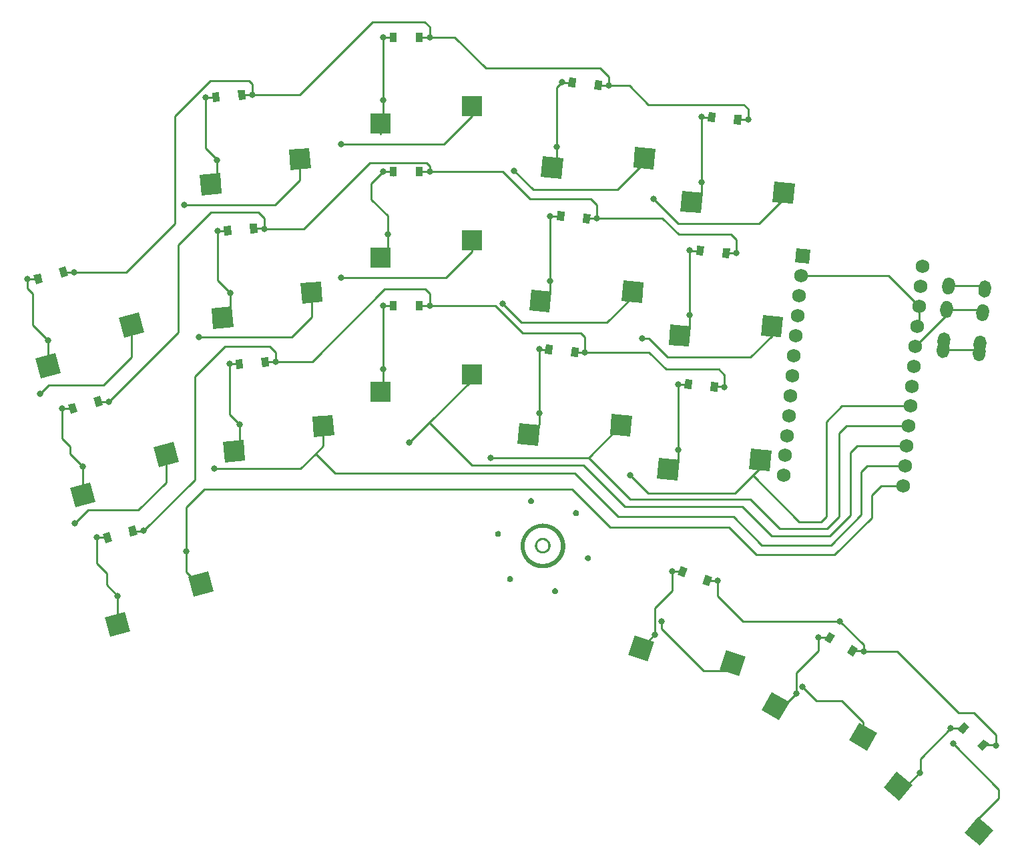
<source format=gbr>
%TF.GenerationSoftware,KiCad,Pcbnew,(5.1.10)-1*%
%TF.CreationDate,2021-09-28T22:32:17-05:00*%
%TF.ProjectId,a_duck,615f6475-636b-42e6-9b69-6361645f7063,VERSION_HERE*%
%TF.SameCoordinates,Original*%
%TF.FileFunction,Copper,L1,Top*%
%TF.FilePolarity,Positive*%
%FSLAX46Y46*%
G04 Gerber Fmt 4.6, Leading zero omitted, Abs format (unit mm)*
G04 Created by KiCad (PCBNEW (5.1.10)-1) date 2021-09-28 22:32:17*
%MOMM*%
%LPD*%
G01*
G04 APERTURE LIST*
%TA.AperFunction,EtchedComponent*%
%ADD10C,0.136036*%
%TD*%
%TA.AperFunction,EtchedComponent*%
%ADD11C,0.100000*%
%TD*%
%TA.AperFunction,ComponentPad*%
%ADD12C,0.100000*%
%TD*%
%TA.AperFunction,ComponentPad*%
%ADD13C,1.752600*%
%TD*%
%TA.AperFunction,SMDPad,CuDef*%
%ADD14C,0.100000*%
%TD*%
%TA.AperFunction,SMDPad,CuDef*%
%ADD15R,2.600000X2.600000*%
%TD*%
%TA.AperFunction,SMDPad,CuDef*%
%ADD16R,0.900000X1.200000*%
%TD*%
%TA.AperFunction,ViaPad*%
%ADD17C,0.800000*%
%TD*%
%TA.AperFunction,Conductor*%
%ADD18C,0.250000*%
%TD*%
G04 APERTURE END LIST*
D10*
%TO.C,svg2mod*%
G36*
X216919287Y-168634074D02*
G01*
X216920251Y-168657949D01*
X216923093Y-168681292D01*
X216927739Y-168704029D01*
X216934113Y-168726084D01*
X216942141Y-168747382D01*
X216951748Y-168767849D01*
X216962860Y-168787409D01*
X216975401Y-168805989D01*
X216989296Y-168823512D01*
X217004472Y-168839905D01*
X217020852Y-168855091D01*
X217038363Y-168868997D01*
X217056929Y-168881548D01*
X217076476Y-168892667D01*
X217096929Y-168902282D01*
X217118213Y-168910316D01*
X217140253Y-168916696D01*
X217162975Y-168921345D01*
X217186304Y-168924190D01*
X217210164Y-168925154D01*
X217234046Y-168924190D01*
X217257398Y-168921345D01*
X217280144Y-168916696D01*
X217302210Y-168910316D01*
X217323521Y-168902282D01*
X217344001Y-168892667D01*
X217363575Y-168881548D01*
X217382168Y-168868997D01*
X217399706Y-168855091D01*
X217416112Y-168839905D01*
X217431312Y-168823512D01*
X217445231Y-168805989D01*
X217457794Y-168787409D01*
X217468926Y-168767849D01*
X217478551Y-168747382D01*
X217486594Y-168726084D01*
X217492981Y-168704029D01*
X217497636Y-168681292D01*
X217500484Y-168657949D01*
X217501450Y-168634074D01*
X217500484Y-168610217D01*
X217497636Y-168586889D01*
X217492981Y-168564163D01*
X217486594Y-168542116D01*
X217478551Y-168520823D01*
X217468926Y-168500359D01*
X217457794Y-168480799D01*
X217445231Y-168462218D01*
X217431312Y-168444691D01*
X217416112Y-168428294D01*
X217399706Y-168413102D01*
X217382168Y-168399190D01*
X217363575Y-168386633D01*
X217344001Y-168375506D01*
X217323521Y-168365885D01*
X217302210Y-168357844D01*
X217280144Y-168351460D01*
X217257398Y-168346806D01*
X217234046Y-168343959D01*
X217210164Y-168342993D01*
X217186304Y-168343958D01*
X217162975Y-168346803D01*
X217140253Y-168351452D01*
X217118213Y-168357831D01*
X217096929Y-168365866D01*
X217076476Y-168375480D01*
X217056929Y-168386600D01*
X217038363Y-168399151D01*
X217020852Y-168413057D01*
X217004472Y-168428243D01*
X216989296Y-168444636D01*
X216975401Y-168462159D01*
X216962860Y-168480738D01*
X216951748Y-168500299D01*
X216942141Y-168520766D01*
X216934113Y-168542064D01*
X216927739Y-168564119D01*
X216923093Y-168586856D01*
X216920251Y-168610199D01*
X216919287Y-168634074D01*
G37*
X216919287Y-168634074D02*
X216920251Y-168657949D01*
X216923093Y-168681292D01*
X216927739Y-168704029D01*
X216934113Y-168726084D01*
X216942141Y-168747382D01*
X216951748Y-168767849D01*
X216962860Y-168787409D01*
X216975401Y-168805989D01*
X216989296Y-168823512D01*
X217004472Y-168839905D01*
X217020852Y-168855091D01*
X217038363Y-168868997D01*
X217056929Y-168881548D01*
X217076476Y-168892667D01*
X217096929Y-168902282D01*
X217118213Y-168910316D01*
X217140253Y-168916696D01*
X217162975Y-168921345D01*
X217186304Y-168924190D01*
X217210164Y-168925154D01*
X217234046Y-168924190D01*
X217257398Y-168921345D01*
X217280144Y-168916696D01*
X217302210Y-168910316D01*
X217323521Y-168902282D01*
X217344001Y-168892667D01*
X217363575Y-168881548D01*
X217382168Y-168868997D01*
X217399706Y-168855091D01*
X217416112Y-168839905D01*
X217431312Y-168823512D01*
X217445231Y-168805989D01*
X217457794Y-168787409D01*
X217468926Y-168767849D01*
X217478551Y-168747382D01*
X217486594Y-168726084D01*
X217492981Y-168704029D01*
X217497636Y-168681292D01*
X217500484Y-168657949D01*
X217501450Y-168634074D01*
X217500484Y-168610217D01*
X217497636Y-168586889D01*
X217492981Y-168564163D01*
X217486594Y-168542116D01*
X217478551Y-168520823D01*
X217468926Y-168500359D01*
X217457794Y-168480799D01*
X217445231Y-168462218D01*
X217431312Y-168444691D01*
X217416112Y-168428294D01*
X217399706Y-168413102D01*
X217382168Y-168399190D01*
X217363575Y-168386633D01*
X217344001Y-168375506D01*
X217323521Y-168365885D01*
X217302210Y-168357844D01*
X217280144Y-168351460D01*
X217257398Y-168346806D01*
X217234046Y-168343959D01*
X217210164Y-168342993D01*
X217186304Y-168343958D01*
X217162975Y-168346803D01*
X217140253Y-168351452D01*
X217118213Y-168357831D01*
X217096929Y-168365866D01*
X217076476Y-168375480D01*
X217056929Y-168386600D01*
X217038363Y-168399151D01*
X217020852Y-168413057D01*
X217004472Y-168428243D01*
X216989296Y-168444636D01*
X216975401Y-168462159D01*
X216962860Y-168480738D01*
X216951748Y-168500299D01*
X216942141Y-168520766D01*
X216934113Y-168542064D01*
X216927739Y-168564119D01*
X216923093Y-168586856D01*
X216920251Y-168610199D01*
X216919287Y-168634074D01*
G36*
X212997050Y-170058053D02*
G01*
X212998600Y-170398600D01*
X213023733Y-170398730D01*
X213048804Y-170399119D01*
X213073813Y-170399766D01*
X213098758Y-170400670D01*
X213123639Y-170401829D01*
X213148453Y-170403242D01*
X213173200Y-170404907D01*
X213197878Y-170406824D01*
X213222486Y-170408992D01*
X213247022Y-170411408D01*
X213271486Y-170414072D01*
X213295876Y-170416982D01*
X213320191Y-170420137D01*
X213344429Y-170423536D01*
X213368590Y-170427178D01*
X213392672Y-170431061D01*
X213416673Y-170435184D01*
X213440593Y-170439545D01*
X213464430Y-170444144D01*
X213488183Y-170448979D01*
X213511851Y-170454049D01*
X213535431Y-170459352D01*
X213558924Y-170464888D01*
X213582328Y-170470655D01*
X213605641Y-170476651D01*
X213628862Y-170482876D01*
X213651990Y-170489328D01*
X213675024Y-170496006D01*
X213697962Y-170502908D01*
X213720803Y-170510034D01*
X213743546Y-170517382D01*
X213766190Y-170524951D01*
X213788733Y-170532739D01*
X213811174Y-170540746D01*
X213833511Y-170548969D01*
X213855744Y-170557408D01*
X213877871Y-170566062D01*
X213899891Y-170574929D01*
X213921802Y-170584007D01*
X213943603Y-170593296D01*
X213965294Y-170602794D01*
X213986872Y-170612500D01*
X214008337Y-170622413D01*
X214029687Y-170632532D01*
X214050921Y-170642854D01*
X214072037Y-170653380D01*
X214093035Y-170664107D01*
X214113913Y-170675034D01*
X214134669Y-170686161D01*
X214155303Y-170697485D01*
X214175814Y-170709006D01*
X214196199Y-170720722D01*
X214216458Y-170732631D01*
X214236589Y-170744734D01*
X214256591Y-170757028D01*
X214276463Y-170769512D01*
X214296203Y-170782185D01*
X214315811Y-170795045D01*
X214335285Y-170808091D01*
X214354623Y-170821323D01*
X214373825Y-170834738D01*
X214392889Y-170848336D01*
X214411814Y-170862115D01*
X214430598Y-170876073D01*
X214449241Y-170890211D01*
X214467741Y-170904525D01*
X214486096Y-170919016D01*
X214504306Y-170933681D01*
X214522369Y-170948520D01*
X214540284Y-170963531D01*
X214558049Y-170978713D01*
X214575664Y-170994065D01*
X214593127Y-171009585D01*
X214610437Y-171025272D01*
X214627592Y-171041125D01*
X214644591Y-171057142D01*
X214661434Y-171073323D01*
X214678117Y-171089666D01*
X214694642Y-171106169D01*
X214711005Y-171122832D01*
X214727206Y-171139652D01*
X214743244Y-171156630D01*
X214759117Y-171173763D01*
X214774824Y-171191051D01*
X214790364Y-171208492D01*
X214805735Y-171226084D01*
X214820936Y-171243827D01*
X214835966Y-171261719D01*
X214850823Y-171279759D01*
X214865507Y-171297945D01*
X214880016Y-171316277D01*
X214894349Y-171334753D01*
X214908504Y-171353372D01*
X214922480Y-171372132D01*
X214936276Y-171391032D01*
X214949891Y-171410072D01*
X214963323Y-171429249D01*
X214976571Y-171448562D01*
X214989634Y-171468011D01*
X215002511Y-171487593D01*
X215015199Y-171507308D01*
X215027699Y-171527155D01*
X215040008Y-171547131D01*
X215052126Y-171567236D01*
X215064050Y-171587469D01*
X215075781Y-171607827D01*
X215087316Y-171628311D01*
X215098654Y-171648918D01*
X215109794Y-171669647D01*
X215120735Y-171690498D01*
X215131476Y-171711468D01*
X215142014Y-171732557D01*
X215152350Y-171753763D01*
X215162480Y-171775085D01*
X215172406Y-171796522D01*
X215182124Y-171818072D01*
X215191634Y-171839734D01*
X215200934Y-171861507D01*
X215210024Y-171883389D01*
X215218902Y-171905380D01*
X215227566Y-171927478D01*
X215236015Y-171949681D01*
X215244249Y-171971989D01*
X215252265Y-171994400D01*
X215260063Y-172016913D01*
X215267641Y-172039527D01*
X215274998Y-172062240D01*
X215282133Y-172085051D01*
X215289044Y-172107958D01*
X215295730Y-172130961D01*
X215302190Y-172154059D01*
X215308422Y-172177249D01*
X215314426Y-172200531D01*
X215320200Y-172223903D01*
X215325742Y-172247365D01*
X215331052Y-172270914D01*
X215336128Y-172294550D01*
X215340969Y-172318271D01*
X215345574Y-172342076D01*
X215349941Y-172365963D01*
X215354068Y-172389932D01*
X215357956Y-172413982D01*
X215361602Y-172438110D01*
X215365005Y-172462315D01*
X215368164Y-172486597D01*
X215371078Y-172510954D01*
X215373745Y-172535385D01*
X215376164Y-172559888D01*
X215378334Y-172584463D01*
X215380254Y-172609107D01*
X215381921Y-172633820D01*
X215383336Y-172658600D01*
X215384496Y-172683447D01*
X215385401Y-172708358D01*
X215386049Y-172733333D01*
X215386438Y-172758370D01*
X215386568Y-172783468D01*
X215386438Y-172808566D01*
X215386049Y-172833603D01*
X215385401Y-172858578D01*
X215384496Y-172883489D01*
X215383336Y-172908336D01*
X215381921Y-172933117D01*
X215380254Y-172957831D01*
X215378334Y-172982476D01*
X215376164Y-173007052D01*
X215373745Y-173031556D01*
X215371078Y-173055988D01*
X215368164Y-173080347D01*
X215365005Y-173104630D01*
X215361602Y-173128837D01*
X215357956Y-173152967D01*
X215354068Y-173177018D01*
X215349941Y-173200989D01*
X215345574Y-173224879D01*
X215340969Y-173248686D01*
X215336128Y-173272409D01*
X215331052Y-173296047D01*
X215325742Y-173319598D01*
X215320200Y-173343062D01*
X215314426Y-173366437D01*
X215308422Y-173389721D01*
X215302190Y-173412914D01*
X215295730Y-173436014D01*
X215289044Y-173459020D01*
X215282133Y-173481931D01*
X215274998Y-173504745D01*
X215267641Y-173527461D01*
X215260063Y-173550078D01*
X215252265Y-173572594D01*
X215244249Y-173595008D01*
X215236015Y-173617320D01*
X215227566Y-173639526D01*
X215218902Y-173661628D01*
X215210024Y-173683622D01*
X215200934Y-173705508D01*
X215191634Y-173727285D01*
X215182124Y-173748951D01*
X215172406Y-173770505D01*
X215162480Y-173791945D01*
X215152350Y-173813271D01*
X215142014Y-173834481D01*
X215131476Y-173855574D01*
X215120735Y-173876549D01*
X215109794Y-173897403D01*
X215098654Y-173918137D01*
X215087316Y-173938748D01*
X215075781Y-173959236D01*
X215064050Y-173979599D01*
X215052126Y-173999836D01*
X215040008Y-174019946D01*
X215027699Y-174039926D01*
X215015199Y-174059777D01*
X215002511Y-174079497D01*
X214989634Y-174099084D01*
X214976571Y-174118537D01*
X214963323Y-174137855D01*
X214949891Y-174157037D01*
X214936276Y-174176081D01*
X214922480Y-174194986D01*
X214908504Y-174213751D01*
X214894349Y-174232375D01*
X214880016Y-174250855D01*
X214865507Y-174269192D01*
X214850823Y-174287383D01*
X214835966Y-174305428D01*
X214820936Y-174323325D01*
X214805735Y-174341073D01*
X214790364Y-174358670D01*
X214774824Y-174376116D01*
X214759117Y-174393408D01*
X214743244Y-174410546D01*
X214727206Y-174427529D01*
X214711005Y-174444355D01*
X214694642Y-174461022D01*
X214678117Y-174477531D01*
X214661434Y-174493878D01*
X214644591Y-174510064D01*
X214627592Y-174526086D01*
X214610437Y-174541944D01*
X214593127Y-174557636D01*
X214575664Y-174573161D01*
X214558049Y-174588517D01*
X214540284Y-174603704D01*
X214522369Y-174618720D01*
X214504306Y-174633564D01*
X214486096Y-174648234D01*
X214467741Y-174662729D01*
X214449241Y-174677049D01*
X214430598Y-174691191D01*
X214411814Y-174705154D01*
X214392889Y-174718938D01*
X214373825Y-174732540D01*
X214354623Y-174745960D01*
X214335285Y-174759197D01*
X214315811Y-174772248D01*
X214296203Y-174785113D01*
X214276463Y-174797790D01*
X214256591Y-174810278D01*
X214236589Y-174822577D01*
X214216458Y-174834684D01*
X214196199Y-174846598D01*
X214175814Y-174858318D01*
X214155303Y-174869843D01*
X214134669Y-174881172D01*
X214113913Y-174892302D01*
X214093035Y-174903234D01*
X214072037Y-174913965D01*
X214050921Y-174924495D01*
X214029687Y-174934821D01*
X214008337Y-174944944D01*
X213986872Y-174954860D01*
X213965294Y-174964570D01*
X213943603Y-174974073D01*
X213921802Y-174983365D01*
X213899891Y-174992447D01*
X213877871Y-175001318D01*
X213855744Y-175009975D01*
X213833511Y-175018417D01*
X213811174Y-175026644D01*
X213788733Y-175034654D01*
X213766190Y-175042445D01*
X213743546Y-175050017D01*
X213720803Y-175057368D01*
X213697962Y-175064497D01*
X213675024Y-175071403D01*
X213651990Y-175078083D01*
X213628862Y-175084538D01*
X213605641Y-175090766D01*
X213582328Y-175096765D01*
X213558924Y-175102534D01*
X213535431Y-175108072D01*
X213511851Y-175113378D01*
X213488183Y-175118450D01*
X213464430Y-175123287D01*
X213440593Y-175127888D01*
X213416673Y-175132252D01*
X213392672Y-175136376D01*
X213368590Y-175140261D01*
X213344429Y-175143904D01*
X213320191Y-175147305D01*
X213295876Y-175150461D01*
X213271486Y-175153373D01*
X213247022Y-175156038D01*
X213222486Y-175158455D01*
X213197878Y-175160624D01*
X213173200Y-175162542D01*
X213148453Y-175164208D01*
X213123639Y-175165622D01*
X213098758Y-175166781D01*
X213073813Y-175167685D01*
X213048804Y-175168332D01*
X213023733Y-175168722D01*
X212998600Y-175168852D01*
X212973468Y-175168722D01*
X212948396Y-175168332D01*
X212923387Y-175167685D01*
X212898441Y-175166781D01*
X212873560Y-175165622D01*
X212848745Y-175164208D01*
X212823998Y-175162542D01*
X212799319Y-175160624D01*
X212774710Y-175158455D01*
X212750172Y-175156038D01*
X212725707Y-175153373D01*
X212701316Y-175150461D01*
X212677000Y-175147305D01*
X212652760Y-175143904D01*
X212628597Y-175140261D01*
X212604514Y-175136376D01*
X212580510Y-175132252D01*
X212556589Y-175127888D01*
X212532750Y-175123287D01*
X212508995Y-175118450D01*
X212485325Y-175113378D01*
X212461742Y-175108072D01*
X212438246Y-175102534D01*
X212414840Y-175096765D01*
X212391525Y-175090766D01*
X212368301Y-175084538D01*
X212345170Y-175078083D01*
X212322133Y-175071403D01*
X212299192Y-175064497D01*
X212276348Y-175057368D01*
X212253602Y-175050017D01*
X212230955Y-175042445D01*
X212208409Y-175034654D01*
X212185965Y-175026644D01*
X212163624Y-175018417D01*
X212141388Y-175009975D01*
X212119257Y-175001318D01*
X212097234Y-174992447D01*
X212075319Y-174983365D01*
X212053514Y-174974073D01*
X212031819Y-174964570D01*
X212010237Y-174954860D01*
X211988768Y-174944944D01*
X211967415Y-174934821D01*
X211946177Y-174924495D01*
X211925056Y-174913965D01*
X211904054Y-174903234D01*
X211883172Y-174892302D01*
X211862412Y-174881172D01*
X211841773Y-174869843D01*
X211821259Y-174858318D01*
X211800869Y-174846598D01*
X211780606Y-174834684D01*
X211760471Y-174822577D01*
X211740464Y-174810278D01*
X211720587Y-174797790D01*
X211700842Y-174785113D01*
X211681230Y-174772248D01*
X211661752Y-174759197D01*
X211642408Y-174745960D01*
X211623202Y-174732540D01*
X211604133Y-174718938D01*
X211585204Y-174705154D01*
X211566415Y-174691191D01*
X211547767Y-174677049D01*
X211529263Y-174662729D01*
X211510902Y-174648234D01*
X211492688Y-174633564D01*
X211474620Y-174618720D01*
X211456700Y-174603704D01*
X211438930Y-174588517D01*
X211421310Y-174573161D01*
X211403842Y-174557636D01*
X211386528Y-174541944D01*
X211369368Y-174526086D01*
X211352363Y-174510064D01*
X211335516Y-174493878D01*
X211318827Y-174477531D01*
X211302298Y-174461022D01*
X211285930Y-174444355D01*
X211269724Y-174427529D01*
X211253681Y-174410546D01*
X211237803Y-174393408D01*
X211222091Y-174376116D01*
X211206547Y-174358670D01*
X211191171Y-174341073D01*
X211175965Y-174323325D01*
X211160930Y-174305428D01*
X211146067Y-174287383D01*
X211131379Y-174269192D01*
X211116865Y-174250855D01*
X211102527Y-174232375D01*
X211088368Y-174213751D01*
X211074387Y-174194986D01*
X211060586Y-174176081D01*
X211046966Y-174157037D01*
X211033530Y-174137855D01*
X211020277Y-174118537D01*
X211007209Y-174099084D01*
X210994328Y-174079497D01*
X210981635Y-174059777D01*
X210969131Y-174039926D01*
X210956817Y-174019946D01*
X210944695Y-173999836D01*
X210932766Y-173979599D01*
X210921031Y-173959236D01*
X210909492Y-173938748D01*
X210898149Y-173918137D01*
X210887005Y-173897403D01*
X210876060Y-173876549D01*
X210865315Y-173855574D01*
X210854773Y-173834481D01*
X210844433Y-173813271D01*
X210834298Y-173791945D01*
X210824369Y-173770505D01*
X210814647Y-173748951D01*
X210805133Y-173727285D01*
X210795829Y-173705508D01*
X210786736Y-173683622D01*
X210777855Y-173661628D01*
X210769187Y-173639526D01*
X210760734Y-173617320D01*
X210752497Y-173595008D01*
X210744477Y-173572594D01*
X210736676Y-173550078D01*
X210729095Y-173527461D01*
X210721735Y-173504745D01*
X210714597Y-173481931D01*
X210707683Y-173459020D01*
X210700994Y-173436014D01*
X210694532Y-173412914D01*
X210688296Y-173389721D01*
X210682290Y-173366437D01*
X210676514Y-173343062D01*
X210670969Y-173319598D01*
X210665657Y-173296047D01*
X210660578Y-173272409D01*
X210655735Y-173248686D01*
X210651129Y-173224879D01*
X210646760Y-173200989D01*
X210642630Y-173177018D01*
X210638741Y-173152967D01*
X210635093Y-173128837D01*
X210631689Y-173104630D01*
X210628528Y-173080347D01*
X210625613Y-173055988D01*
X210622945Y-173031556D01*
X210620525Y-173007052D01*
X210618354Y-172982476D01*
X210616433Y-172957831D01*
X210614765Y-172933117D01*
X210613350Y-172908336D01*
X210612189Y-172883489D01*
X210611284Y-172858578D01*
X210610635Y-172833603D01*
X210610246Y-172808566D01*
X210610115Y-172783468D01*
X210610246Y-172758370D01*
X210610635Y-172733333D01*
X210611284Y-172708358D01*
X210612189Y-172683447D01*
X210613350Y-172658600D01*
X210614765Y-172633820D01*
X210616433Y-172609107D01*
X210618354Y-172584463D01*
X210620525Y-172559888D01*
X210622945Y-172535385D01*
X210625613Y-172510954D01*
X210628528Y-172486597D01*
X210631689Y-172462315D01*
X210635093Y-172438110D01*
X210638741Y-172413982D01*
X210642630Y-172389932D01*
X210646760Y-172365963D01*
X210651129Y-172342076D01*
X210655735Y-172318271D01*
X210660578Y-172294550D01*
X210665657Y-172270914D01*
X210670969Y-172247365D01*
X210676514Y-172223903D01*
X210682290Y-172200531D01*
X210688296Y-172177249D01*
X210694532Y-172154059D01*
X210700994Y-172130961D01*
X210707683Y-172107958D01*
X210714597Y-172085051D01*
X210721735Y-172062240D01*
X210729095Y-172039527D01*
X210736676Y-172016913D01*
X210744477Y-171994400D01*
X210752497Y-171971989D01*
X210760734Y-171949681D01*
X210769187Y-171927478D01*
X210777855Y-171905380D01*
X210786736Y-171883389D01*
X210795829Y-171861507D01*
X210805133Y-171839734D01*
X210814647Y-171818072D01*
X210824369Y-171796522D01*
X210834298Y-171775085D01*
X210844433Y-171753763D01*
X210854773Y-171732557D01*
X210865315Y-171711468D01*
X210876060Y-171690498D01*
X210887005Y-171669647D01*
X210898149Y-171648918D01*
X210909492Y-171628311D01*
X210921031Y-171607827D01*
X210932766Y-171587469D01*
X210944695Y-171567236D01*
X210956817Y-171547131D01*
X210969131Y-171527155D01*
X210981635Y-171507308D01*
X210994328Y-171487593D01*
X211007209Y-171468011D01*
X211020277Y-171448562D01*
X211033530Y-171429249D01*
X211046966Y-171410072D01*
X211060586Y-171391032D01*
X211074387Y-171372132D01*
X211088368Y-171353372D01*
X211102527Y-171334753D01*
X211116865Y-171316277D01*
X211131379Y-171297945D01*
X211146067Y-171279759D01*
X211160930Y-171261719D01*
X211175965Y-171243827D01*
X211191171Y-171226084D01*
X211206547Y-171208492D01*
X211222091Y-171191051D01*
X211237803Y-171173763D01*
X211253681Y-171156630D01*
X211269724Y-171139652D01*
X211285930Y-171122832D01*
X211302298Y-171106169D01*
X211318827Y-171089666D01*
X211335516Y-171073323D01*
X211352363Y-171057142D01*
X211369368Y-171041125D01*
X211386528Y-171025272D01*
X211403842Y-171009585D01*
X211421310Y-170994065D01*
X211438930Y-170978713D01*
X211456700Y-170963531D01*
X211474620Y-170948520D01*
X211492688Y-170933681D01*
X211510902Y-170919016D01*
X211529263Y-170904525D01*
X211547767Y-170890211D01*
X211566415Y-170876073D01*
X211585204Y-170862115D01*
X211604133Y-170848336D01*
X211623202Y-170834738D01*
X211642408Y-170821323D01*
X211661752Y-170808091D01*
X211681230Y-170795045D01*
X211700842Y-170782185D01*
X211720587Y-170769512D01*
X211740464Y-170757028D01*
X211760471Y-170744734D01*
X211780606Y-170732631D01*
X211800869Y-170720722D01*
X211821259Y-170709006D01*
X211841773Y-170697485D01*
X211862412Y-170686161D01*
X211883172Y-170675034D01*
X211904054Y-170664107D01*
X211925056Y-170653380D01*
X211946177Y-170642854D01*
X211967415Y-170632532D01*
X211988768Y-170622413D01*
X212010237Y-170612500D01*
X212031819Y-170602794D01*
X212053514Y-170593296D01*
X212075319Y-170584007D01*
X212097234Y-170574929D01*
X212119257Y-170566062D01*
X212141388Y-170557408D01*
X212163624Y-170548969D01*
X212185965Y-170540746D01*
X212208409Y-170532739D01*
X212230955Y-170524951D01*
X212253602Y-170517382D01*
X212276348Y-170510034D01*
X212299192Y-170502908D01*
X212322133Y-170496006D01*
X212345170Y-170489328D01*
X212368301Y-170482876D01*
X212391525Y-170476651D01*
X212414840Y-170470655D01*
X212438246Y-170464888D01*
X212461742Y-170459352D01*
X212485325Y-170454049D01*
X212508995Y-170448979D01*
X212532750Y-170444144D01*
X212556589Y-170439545D01*
X212580510Y-170435184D01*
X212604514Y-170431061D01*
X212628597Y-170427178D01*
X212652760Y-170423536D01*
X212677000Y-170420137D01*
X212701316Y-170416982D01*
X212725707Y-170414072D01*
X212750172Y-170411408D01*
X212774710Y-170408992D01*
X212799319Y-170406824D01*
X212823998Y-170404907D01*
X212848745Y-170403242D01*
X212873560Y-170401829D01*
X212898441Y-170400670D01*
X212923387Y-170399766D01*
X212948396Y-170399119D01*
X212973468Y-170398730D01*
X212998600Y-170398600D01*
X212997050Y-170058053D01*
X212971687Y-170058209D01*
X212946331Y-170058677D01*
X212920985Y-170059453D01*
X212895649Y-170060537D01*
X212870326Y-170061925D01*
X212845017Y-170063616D01*
X212819725Y-170065608D01*
X212794451Y-170067898D01*
X212769197Y-170070485D01*
X212743966Y-170073366D01*
X212718758Y-170076539D01*
X212693575Y-170080001D01*
X212668420Y-170083752D01*
X212643294Y-170087789D01*
X212618200Y-170092109D01*
X212593138Y-170096710D01*
X212568111Y-170101591D01*
X212543121Y-170106749D01*
X212518169Y-170112182D01*
X212493257Y-170117888D01*
X212468388Y-170123865D01*
X212443563Y-170130111D01*
X212418783Y-170136623D01*
X212394051Y-170143400D01*
X212369369Y-170150439D01*
X212344738Y-170157739D01*
X212320160Y-170165296D01*
X212295637Y-170173110D01*
X212271171Y-170181177D01*
X212246764Y-170189496D01*
X212222417Y-170198065D01*
X212198132Y-170206881D01*
X212173714Y-170214840D01*
X212149397Y-170223021D01*
X212125181Y-170231423D01*
X212101069Y-170240045D01*
X212077060Y-170248887D01*
X212053156Y-170257945D01*
X212029359Y-170267220D01*
X212005670Y-170276711D01*
X211982090Y-170286415D01*
X211958619Y-170296332D01*
X211935261Y-170306460D01*
X211912014Y-170316799D01*
X211888882Y-170327347D01*
X211865864Y-170338102D01*
X211842962Y-170349065D01*
X211820178Y-170360233D01*
X211797513Y-170371605D01*
X211774967Y-170383181D01*
X211752543Y-170394958D01*
X211730241Y-170406936D01*
X211708062Y-170419113D01*
X211686008Y-170431489D01*
X211664079Y-170444062D01*
X211642278Y-170456830D01*
X211620605Y-170469793D01*
X211599062Y-170482950D01*
X211577650Y-170496299D01*
X211556369Y-170509839D01*
X211535222Y-170523568D01*
X211514209Y-170537487D01*
X211493331Y-170551592D01*
X211472590Y-170565884D01*
X211451988Y-170580361D01*
X211431524Y-170595022D01*
X211411201Y-170609865D01*
X211391020Y-170624890D01*
X211370982Y-170640094D01*
X211351087Y-170655478D01*
X211331338Y-170671039D01*
X211311736Y-170686777D01*
X211292281Y-170702691D01*
X211272975Y-170718778D01*
X211253820Y-170735038D01*
X211234815Y-170751470D01*
X211215963Y-170768073D01*
X211197265Y-170784845D01*
X211178722Y-170801785D01*
X211160336Y-170818891D01*
X211142106Y-170836164D01*
X211124036Y-170853601D01*
X211106125Y-170871201D01*
X211088375Y-170888963D01*
X211070787Y-170906886D01*
X211053363Y-170924969D01*
X211036104Y-170943210D01*
X211019010Y-170961609D01*
X211002084Y-170980163D01*
X210985326Y-170998872D01*
X210968738Y-171017735D01*
X210952320Y-171036751D01*
X210936074Y-171055917D01*
X210920002Y-171075233D01*
X210904104Y-171094699D01*
X210888381Y-171114311D01*
X210872836Y-171134070D01*
X210857468Y-171153975D01*
X210842280Y-171174023D01*
X210827272Y-171194214D01*
X210812446Y-171214546D01*
X210797803Y-171235019D01*
X210783343Y-171255631D01*
X210769069Y-171276381D01*
X210754982Y-171297268D01*
X210741083Y-171318290D01*
X210727372Y-171339446D01*
X210713851Y-171360736D01*
X210700522Y-171382157D01*
X210687386Y-171403709D01*
X210674443Y-171425391D01*
X210661695Y-171447200D01*
X210649144Y-171469137D01*
X210636790Y-171491200D01*
X210624635Y-171513387D01*
X210612679Y-171535698D01*
X210600925Y-171558131D01*
X210589373Y-171580685D01*
X210578024Y-171603359D01*
X210566880Y-171626151D01*
X210555942Y-171649061D01*
X210545212Y-171672087D01*
X210534689Y-171695228D01*
X210524376Y-171718483D01*
X210514274Y-171741850D01*
X210504384Y-171765329D01*
X210494707Y-171788918D01*
X210485245Y-171812615D01*
X210475998Y-171836421D01*
X210466968Y-171860333D01*
X210458156Y-171884351D01*
X210449564Y-171908472D01*
X210441192Y-171932697D01*
X210433041Y-171957023D01*
X210425114Y-171981449D01*
X210416202Y-172005952D01*
X210407541Y-172030518D01*
X210399133Y-172055144D01*
X210390979Y-172079830D01*
X210383083Y-172104572D01*
X210375445Y-172129370D01*
X210368068Y-172154220D01*
X210360955Y-172179122D01*
X210354107Y-172204073D01*
X210347527Y-172229071D01*
X210341216Y-172254115D01*
X210335177Y-172279202D01*
X210329412Y-172304331D01*
X210323922Y-172329499D01*
X210318711Y-172354705D01*
X210313781Y-172379946D01*
X210309132Y-172405222D01*
X210304768Y-172430529D01*
X210300691Y-172455866D01*
X210296902Y-172481231D01*
X210293405Y-172506622D01*
X210290200Y-172532037D01*
X210287290Y-172557474D01*
X210284678Y-172582931D01*
X210282365Y-172608407D01*
X210280354Y-172633899D01*
X210278646Y-172659405D01*
X210277244Y-172684924D01*
X210276150Y-172710453D01*
X210275365Y-172735991D01*
X210274893Y-172761536D01*
X210274735Y-172787085D01*
X210274903Y-172813131D01*
X210275404Y-172839167D01*
X210276235Y-172865190D01*
X210277394Y-172891200D01*
X210278876Y-172917194D01*
X210280680Y-172943170D01*
X210282801Y-172969128D01*
X210285237Y-172995064D01*
X210287986Y-173020978D01*
X210291043Y-173046867D01*
X210294406Y-173072730D01*
X210298071Y-173098566D01*
X210302036Y-173124372D01*
X210306298Y-173150146D01*
X210310853Y-173175888D01*
X210315699Y-173201595D01*
X210320832Y-173227265D01*
X210326249Y-173252897D01*
X210331947Y-173278489D01*
X210337924Y-173304040D01*
X210344176Y-173329547D01*
X210350700Y-173355009D01*
X210355731Y-173379293D01*
X210360978Y-173403499D01*
X210366438Y-173427625D01*
X210372111Y-173451671D01*
X210377995Y-173475635D01*
X210384090Y-173499517D01*
X210390395Y-173523315D01*
X210396908Y-173547029D01*
X210403628Y-173570657D01*
X210410555Y-173594198D01*
X210417688Y-173617652D01*
X210425024Y-173641016D01*
X210432564Y-173664291D01*
X210440306Y-173687475D01*
X210448250Y-173710567D01*
X210456393Y-173733566D01*
X210464736Y-173756470D01*
X210473276Y-173779280D01*
X210482014Y-173801994D01*
X210490948Y-173824610D01*
X210500076Y-173847128D01*
X210509399Y-173869547D01*
X210518914Y-173891865D01*
X210528621Y-173914082D01*
X210538518Y-173936197D01*
X210548606Y-173958208D01*
X210558882Y-173980115D01*
X210569345Y-174001916D01*
X210579996Y-174023610D01*
X210590831Y-174045197D01*
X210601851Y-174066675D01*
X210613055Y-174088043D01*
X210624441Y-174109301D01*
X210636008Y-174130446D01*
X210647755Y-174151479D01*
X210659682Y-174172398D01*
X210671787Y-174193201D01*
X210684069Y-174213889D01*
X210696527Y-174234459D01*
X210709160Y-174254912D01*
X210721967Y-174275245D01*
X210734947Y-174295458D01*
X210748099Y-174315550D01*
X210761422Y-174335519D01*
X210774915Y-174355365D01*
X210788576Y-174375087D01*
X210802406Y-174394683D01*
X210816401Y-174414152D01*
X210830563Y-174433494D01*
X210844889Y-174452707D01*
X210859378Y-174471791D01*
X210874031Y-174490744D01*
X210888844Y-174509565D01*
X210903818Y-174528254D01*
X210918951Y-174546808D01*
X210934243Y-174565228D01*
X210949692Y-174583512D01*
X210965297Y-174601658D01*
X210981057Y-174619667D01*
X210996971Y-174637537D01*
X211013039Y-174655266D01*
X211029258Y-174672854D01*
X211045629Y-174690300D01*
X211062149Y-174707603D01*
X211078818Y-174724761D01*
X211095636Y-174741774D01*
X211112600Y-174758641D01*
X211129709Y-174775360D01*
X211146964Y-174791931D01*
X211164362Y-174808352D01*
X211181903Y-174824622D01*
X211199585Y-174840741D01*
X211217408Y-174856707D01*
X211235370Y-174872519D01*
X211253471Y-174888177D01*
X211271709Y-174903679D01*
X211290083Y-174919024D01*
X211308593Y-174934210D01*
X211327237Y-174949238D01*
X211346015Y-174964106D01*
X211364924Y-174978813D01*
X211383965Y-174993357D01*
X211403135Y-175007739D01*
X211422435Y-175021956D01*
X211441863Y-175036008D01*
X211461417Y-175049894D01*
X211481098Y-175063612D01*
X211500903Y-175077162D01*
X211520832Y-175090542D01*
X211540884Y-175103752D01*
X211561057Y-175116790D01*
X211581352Y-175129656D01*
X211601765Y-175142348D01*
X211622298Y-175154866D01*
X211642948Y-175167207D01*
X211663714Y-175179372D01*
X211684596Y-175191359D01*
X211705592Y-175203167D01*
X211726702Y-175214795D01*
X211747924Y-175226243D01*
X211769257Y-175237508D01*
X211790700Y-175248590D01*
X211812253Y-175259488D01*
X211833913Y-175270201D01*
X211855681Y-175280727D01*
X211877555Y-175291067D01*
X211899533Y-175301218D01*
X211921616Y-175311179D01*
X211943801Y-175320951D01*
X211966089Y-175330530D01*
X211988477Y-175339918D01*
X212010964Y-175349111D01*
X212033551Y-175358111D01*
X212056235Y-175366914D01*
X212079016Y-175375521D01*
X212101892Y-175383930D01*
X212124863Y-175392140D01*
X212147928Y-175400151D01*
X212171084Y-175407960D01*
X212194332Y-175415568D01*
X212217671Y-175422973D01*
X212241099Y-175430173D01*
X212264615Y-175437169D01*
X212288218Y-175443959D01*
X212311907Y-175450541D01*
X212335682Y-175456915D01*
X212359540Y-175463080D01*
X212383482Y-175469035D01*
X212407505Y-175474778D01*
X212431610Y-175480309D01*
X212455794Y-175485626D01*
X212480057Y-175490729D01*
X212504398Y-175495616D01*
X212528816Y-175500287D01*
X212553309Y-175504740D01*
X212577877Y-175508975D01*
X212602519Y-175512989D01*
X212627233Y-175516783D01*
X212652018Y-175520355D01*
X212676875Y-175523705D01*
X212701800Y-175526830D01*
X212726794Y-175529730D01*
X212751855Y-175532405D01*
X212776983Y-175534852D01*
X212802175Y-175537071D01*
X212827432Y-175539061D01*
X212852752Y-175540821D01*
X212878135Y-175542350D01*
X212903578Y-175543646D01*
X212929081Y-175544709D01*
X212954643Y-175545537D01*
X212980263Y-175546131D01*
X213005940Y-175546487D01*
X213031673Y-175546606D01*
X213056789Y-175546493D01*
X213081852Y-175546153D01*
X213106861Y-175545588D01*
X213131815Y-175544799D01*
X213156713Y-175543786D01*
X213181554Y-175542551D01*
X213206337Y-175541094D01*
X213231061Y-175539417D01*
X213255726Y-175537521D01*
X213280329Y-175535406D01*
X213304871Y-175533073D01*
X213329349Y-175530524D01*
X213353764Y-175527760D01*
X213378115Y-175524780D01*
X213402399Y-175521588D01*
X213426617Y-175518182D01*
X213450767Y-175514565D01*
X213474849Y-175510737D01*
X213498861Y-175506699D01*
X213522802Y-175502453D01*
X213546672Y-175497999D01*
X213570469Y-175493338D01*
X213594193Y-175488471D01*
X213617842Y-175483399D01*
X213641416Y-175478124D01*
X213664913Y-175472645D01*
X213688333Y-175466965D01*
X213711675Y-175461083D01*
X213734937Y-175455002D01*
X213758119Y-175448722D01*
X213781220Y-175442243D01*
X213804238Y-175435568D01*
X213827173Y-175428696D01*
X213850024Y-175421629D01*
X213872790Y-175414368D01*
X213895470Y-175406914D01*
X213918062Y-175399268D01*
X213940566Y-175391430D01*
X213962982Y-175383402D01*
X213985307Y-175375185D01*
X214007541Y-175366780D01*
X214029683Y-175358187D01*
X214051733Y-175349408D01*
X214073688Y-175340444D01*
X214095548Y-175331295D01*
X214117313Y-175321962D01*
X214138980Y-175312447D01*
X214160550Y-175302751D01*
X214182021Y-175292874D01*
X214203393Y-175282818D01*
X214224663Y-175272583D01*
X214245832Y-175262170D01*
X214266898Y-175251581D01*
X214287860Y-175240816D01*
X214308718Y-175229876D01*
X214329470Y-175218763D01*
X214350116Y-175207477D01*
X214370653Y-175196019D01*
X214391083Y-175184391D01*
X214411403Y-175172592D01*
X214431612Y-175160625D01*
X214451710Y-175148490D01*
X214471696Y-175136188D01*
X214491568Y-175123720D01*
X214511326Y-175111087D01*
X214530968Y-175098290D01*
X214550494Y-175085330D01*
X214569903Y-175072209D01*
X214589193Y-175058926D01*
X214608365Y-175045483D01*
X214627416Y-175031881D01*
X214646345Y-175018120D01*
X214665153Y-175004203D01*
X214683838Y-174990129D01*
X214702398Y-174975901D01*
X214720833Y-174961518D01*
X214739143Y-174946981D01*
X214757325Y-174932293D01*
X214775379Y-174917453D01*
X214793305Y-174902463D01*
X214811100Y-174887323D01*
X214828764Y-174872035D01*
X214846297Y-174856600D01*
X214863697Y-174841018D01*
X214880962Y-174825290D01*
X214898093Y-174809418D01*
X214915089Y-174793403D01*
X214931947Y-174777245D01*
X214948668Y-174760946D01*
X214965250Y-174744506D01*
X214981692Y-174727926D01*
X214997994Y-174711207D01*
X215014154Y-174694351D01*
X215030171Y-174677358D01*
X215046045Y-174660230D01*
X215061775Y-174642967D01*
X215077358Y-174625569D01*
X215092796Y-174608039D01*
X215108086Y-174590378D01*
X215123227Y-174572585D01*
X215138219Y-174554663D01*
X215153061Y-174536611D01*
X215167751Y-174518432D01*
X215182289Y-174500125D01*
X215196674Y-174481693D01*
X215210904Y-174463135D01*
X215224979Y-174444454D01*
X215238898Y-174425649D01*
X215252660Y-174406723D01*
X215266263Y-174387675D01*
X215279708Y-174368507D01*
X215292992Y-174349220D01*
X215306115Y-174329814D01*
X215319076Y-174310292D01*
X215331875Y-174290653D01*
X215344509Y-174270899D01*
X215356978Y-174251030D01*
X215369281Y-174231048D01*
X215381417Y-174210954D01*
X215393385Y-174190749D01*
X215405185Y-174170433D01*
X215416815Y-174150007D01*
X215428273Y-174129473D01*
X215439560Y-174108832D01*
X215450675Y-174088084D01*
X215461615Y-174067230D01*
X215472381Y-174046272D01*
X215482971Y-174025210D01*
X215493384Y-174004046D01*
X215503620Y-173982780D01*
X215513677Y-173961413D01*
X215523555Y-173939946D01*
X215533252Y-173918381D01*
X215542768Y-173896718D01*
X215552101Y-173874958D01*
X215561250Y-173853103D01*
X215570215Y-173831152D01*
X215578995Y-173809108D01*
X215587588Y-173786971D01*
X215595994Y-173764742D01*
X215604212Y-173742422D01*
X215612240Y-173720012D01*
X215620078Y-173697513D01*
X215627725Y-173674925D01*
X215635180Y-173652251D01*
X215642441Y-173629491D01*
X215649508Y-173606646D01*
X215656380Y-173583716D01*
X215663056Y-173560703D01*
X215669535Y-173537609D01*
X215675816Y-173514433D01*
X215681897Y-173491176D01*
X215687779Y-173467841D01*
X215693460Y-173444427D01*
X215698938Y-173420936D01*
X215704214Y-173397368D01*
X215709286Y-173373725D01*
X215714153Y-173350008D01*
X215718814Y-173326217D01*
X215723269Y-173302354D01*
X215727515Y-173278419D01*
X215731553Y-173254414D01*
X215735381Y-173230339D01*
X215738998Y-173206196D01*
X215742404Y-173181985D01*
X215745597Y-173157707D01*
X215748576Y-173133364D01*
X215751341Y-173108956D01*
X215753890Y-173084485D01*
X215756223Y-173059951D01*
X215758338Y-173035355D01*
X215760234Y-173010698D01*
X215761911Y-172985981D01*
X215763368Y-172961206D01*
X215764603Y-172936373D01*
X215765616Y-172911483D01*
X215766405Y-172886537D01*
X215766970Y-172861536D01*
X215767310Y-172836481D01*
X215767424Y-172811373D01*
X215767305Y-172785693D01*
X215766949Y-172760068D01*
X215766358Y-172734500D01*
X215765532Y-172708989D01*
X215764473Y-172683537D01*
X215763181Y-172658146D01*
X215761657Y-172632814D01*
X215759903Y-172607545D01*
X215757920Y-172582339D01*
X215755708Y-172557196D01*
X215753268Y-172532118D01*
X215750603Y-172507107D01*
X215747712Y-172482162D01*
X215744597Y-172457286D01*
X215741258Y-172432478D01*
X215737698Y-172407741D01*
X215733916Y-172383075D01*
X215729914Y-172358482D01*
X215725693Y-172333961D01*
X215721255Y-172309515D01*
X215716599Y-172285144D01*
X215711727Y-172260850D01*
X215706641Y-172236633D01*
X215701340Y-172212494D01*
X215695827Y-172188435D01*
X215690102Y-172164457D01*
X215684167Y-172140560D01*
X215678021Y-172116746D01*
X215671667Y-172093016D01*
X215665106Y-172069370D01*
X215658338Y-172045810D01*
X215651365Y-172022337D01*
X215644187Y-171998951D01*
X215636805Y-171975655D01*
X215629221Y-171952448D01*
X215621436Y-171929333D01*
X215613451Y-171906309D01*
X215605266Y-171883379D01*
X215596884Y-171860542D01*
X215588304Y-171837801D01*
X215579528Y-171815156D01*
X215570556Y-171792608D01*
X215561391Y-171770158D01*
X215552033Y-171747808D01*
X215542483Y-171725558D01*
X215532742Y-171703409D01*
X215522811Y-171681362D01*
X215512691Y-171659419D01*
X215502384Y-171637581D01*
X215491889Y-171615848D01*
X215481209Y-171594222D01*
X215470345Y-171572703D01*
X215459296Y-171551293D01*
X215448066Y-171529992D01*
X215436653Y-171508803D01*
X215425060Y-171487725D01*
X215413288Y-171466759D01*
X215401337Y-171445908D01*
X215389209Y-171425172D01*
X215376905Y-171404551D01*
X215364425Y-171384048D01*
X215351771Y-171363662D01*
X215338944Y-171343395D01*
X215325945Y-171323249D01*
X215312774Y-171303224D01*
X215299434Y-171283321D01*
X215285924Y-171263541D01*
X215272247Y-171243885D01*
X215258402Y-171224354D01*
X215244392Y-171204950D01*
X215230216Y-171185674D01*
X215215877Y-171166525D01*
X215201375Y-171147506D01*
X215186712Y-171128618D01*
X215171887Y-171109861D01*
X215156903Y-171091237D01*
X215141761Y-171072746D01*
X215126461Y-171054390D01*
X215111004Y-171036169D01*
X215095392Y-171018086D01*
X215079625Y-171000140D01*
X215063705Y-170982333D01*
X215047633Y-170964665D01*
X215031409Y-170947139D01*
X215015035Y-170929754D01*
X214998512Y-170912513D01*
X214981840Y-170895415D01*
X214965021Y-170878463D01*
X214948057Y-170861656D01*
X214930947Y-170844997D01*
X214913693Y-170828486D01*
X214896296Y-170812124D01*
X214878757Y-170795912D01*
X214861078Y-170779852D01*
X214843258Y-170763944D01*
X214825300Y-170748189D01*
X214807203Y-170732589D01*
X214788970Y-170717144D01*
X214770602Y-170701855D01*
X214752099Y-170686724D01*
X214733462Y-170671752D01*
X214714692Y-170656939D01*
X214695791Y-170642287D01*
X214676760Y-170627797D01*
X214657599Y-170613469D01*
X214638309Y-170599305D01*
X214618893Y-170585306D01*
X214599350Y-170571473D01*
X214579681Y-170557807D01*
X214559889Y-170544308D01*
X214539973Y-170530979D01*
X214519935Y-170517819D01*
X214499776Y-170504831D01*
X214479497Y-170492014D01*
X214459099Y-170479371D01*
X214438583Y-170466902D01*
X214417950Y-170454608D01*
X214397201Y-170442490D01*
X214376337Y-170430550D01*
X214355359Y-170418788D01*
X214334269Y-170407205D01*
X214313067Y-170395803D01*
X214291754Y-170384582D01*
X214270331Y-170373544D01*
X214248800Y-170362689D01*
X214227161Y-170352019D01*
X214205416Y-170341534D01*
X214183565Y-170331236D01*
X214161610Y-170321126D01*
X214139552Y-170311204D01*
X214117391Y-170301472D01*
X214095128Y-170291931D01*
X214072766Y-170282582D01*
X214050304Y-170273425D01*
X214027744Y-170264463D01*
X214005087Y-170255696D01*
X213982334Y-170247124D01*
X213959485Y-170238750D01*
X213936543Y-170230573D01*
X213913508Y-170222596D01*
X213890380Y-170214819D01*
X213867162Y-170207243D01*
X213843854Y-170199870D01*
X213820457Y-170192699D01*
X213796972Y-170185733D01*
X213773401Y-170178973D01*
X213749744Y-170172419D01*
X213726002Y-170166072D01*
X213702177Y-170159933D01*
X213678269Y-170154005D01*
X213654280Y-170148286D01*
X213630210Y-170142780D01*
X213606060Y-170137486D01*
X213581832Y-170132406D01*
X213557527Y-170127540D01*
X213533146Y-170122890D01*
X213508689Y-170118457D01*
X213484158Y-170114242D01*
X213459554Y-170110246D01*
X213434075Y-170104806D01*
X213408563Y-170099643D01*
X213383020Y-170094761D01*
X213357446Y-170090165D01*
X213331844Y-170085857D01*
X213306215Y-170081843D01*
X213280559Y-170078126D01*
X213254880Y-170074711D01*
X213229177Y-170071602D01*
X213203453Y-170068802D01*
X213177708Y-170066316D01*
X213151945Y-170064149D01*
X213126164Y-170062303D01*
X213100368Y-170060784D01*
X213074557Y-170059595D01*
X213048732Y-170058741D01*
X213022896Y-170058225D01*
X212997050Y-170058053D01*
G37*
X212997050Y-170058053D02*
X212998600Y-170398600D01*
X213023733Y-170398730D01*
X213048804Y-170399119D01*
X213073813Y-170399766D01*
X213098758Y-170400670D01*
X213123639Y-170401829D01*
X213148453Y-170403242D01*
X213173200Y-170404907D01*
X213197878Y-170406824D01*
X213222486Y-170408992D01*
X213247022Y-170411408D01*
X213271486Y-170414072D01*
X213295876Y-170416982D01*
X213320191Y-170420137D01*
X213344429Y-170423536D01*
X213368590Y-170427178D01*
X213392672Y-170431061D01*
X213416673Y-170435184D01*
X213440593Y-170439545D01*
X213464430Y-170444144D01*
X213488183Y-170448979D01*
X213511851Y-170454049D01*
X213535431Y-170459352D01*
X213558924Y-170464888D01*
X213582328Y-170470655D01*
X213605641Y-170476651D01*
X213628862Y-170482876D01*
X213651990Y-170489328D01*
X213675024Y-170496006D01*
X213697962Y-170502908D01*
X213720803Y-170510034D01*
X213743546Y-170517382D01*
X213766190Y-170524951D01*
X213788733Y-170532739D01*
X213811174Y-170540746D01*
X213833511Y-170548969D01*
X213855744Y-170557408D01*
X213877871Y-170566062D01*
X213899891Y-170574929D01*
X213921802Y-170584007D01*
X213943603Y-170593296D01*
X213965294Y-170602794D01*
X213986872Y-170612500D01*
X214008337Y-170622413D01*
X214029687Y-170632532D01*
X214050921Y-170642854D01*
X214072037Y-170653380D01*
X214093035Y-170664107D01*
X214113913Y-170675034D01*
X214134669Y-170686161D01*
X214155303Y-170697485D01*
X214175814Y-170709006D01*
X214196199Y-170720722D01*
X214216458Y-170732631D01*
X214236589Y-170744734D01*
X214256591Y-170757028D01*
X214276463Y-170769512D01*
X214296203Y-170782185D01*
X214315811Y-170795045D01*
X214335285Y-170808091D01*
X214354623Y-170821323D01*
X214373825Y-170834738D01*
X214392889Y-170848336D01*
X214411814Y-170862115D01*
X214430598Y-170876073D01*
X214449241Y-170890211D01*
X214467741Y-170904525D01*
X214486096Y-170919016D01*
X214504306Y-170933681D01*
X214522369Y-170948520D01*
X214540284Y-170963531D01*
X214558049Y-170978713D01*
X214575664Y-170994065D01*
X214593127Y-171009585D01*
X214610437Y-171025272D01*
X214627592Y-171041125D01*
X214644591Y-171057142D01*
X214661434Y-171073323D01*
X214678117Y-171089666D01*
X214694642Y-171106169D01*
X214711005Y-171122832D01*
X214727206Y-171139652D01*
X214743244Y-171156630D01*
X214759117Y-171173763D01*
X214774824Y-171191051D01*
X214790364Y-171208492D01*
X214805735Y-171226084D01*
X214820936Y-171243827D01*
X214835966Y-171261719D01*
X214850823Y-171279759D01*
X214865507Y-171297945D01*
X214880016Y-171316277D01*
X214894349Y-171334753D01*
X214908504Y-171353372D01*
X214922480Y-171372132D01*
X214936276Y-171391032D01*
X214949891Y-171410072D01*
X214963323Y-171429249D01*
X214976571Y-171448562D01*
X214989634Y-171468011D01*
X215002511Y-171487593D01*
X215015199Y-171507308D01*
X215027699Y-171527155D01*
X215040008Y-171547131D01*
X215052126Y-171567236D01*
X215064050Y-171587469D01*
X215075781Y-171607827D01*
X215087316Y-171628311D01*
X215098654Y-171648918D01*
X215109794Y-171669647D01*
X215120735Y-171690498D01*
X215131476Y-171711468D01*
X215142014Y-171732557D01*
X215152350Y-171753763D01*
X215162480Y-171775085D01*
X215172406Y-171796522D01*
X215182124Y-171818072D01*
X215191634Y-171839734D01*
X215200934Y-171861507D01*
X215210024Y-171883389D01*
X215218902Y-171905380D01*
X215227566Y-171927478D01*
X215236015Y-171949681D01*
X215244249Y-171971989D01*
X215252265Y-171994400D01*
X215260063Y-172016913D01*
X215267641Y-172039527D01*
X215274998Y-172062240D01*
X215282133Y-172085051D01*
X215289044Y-172107958D01*
X215295730Y-172130961D01*
X215302190Y-172154059D01*
X215308422Y-172177249D01*
X215314426Y-172200531D01*
X215320200Y-172223903D01*
X215325742Y-172247365D01*
X215331052Y-172270914D01*
X215336128Y-172294550D01*
X215340969Y-172318271D01*
X215345574Y-172342076D01*
X215349941Y-172365963D01*
X215354068Y-172389932D01*
X215357956Y-172413982D01*
X215361602Y-172438110D01*
X215365005Y-172462315D01*
X215368164Y-172486597D01*
X215371078Y-172510954D01*
X215373745Y-172535385D01*
X215376164Y-172559888D01*
X215378334Y-172584463D01*
X215380254Y-172609107D01*
X215381921Y-172633820D01*
X215383336Y-172658600D01*
X215384496Y-172683447D01*
X215385401Y-172708358D01*
X215386049Y-172733333D01*
X215386438Y-172758370D01*
X215386568Y-172783468D01*
X215386438Y-172808566D01*
X215386049Y-172833603D01*
X215385401Y-172858578D01*
X215384496Y-172883489D01*
X215383336Y-172908336D01*
X215381921Y-172933117D01*
X215380254Y-172957831D01*
X215378334Y-172982476D01*
X215376164Y-173007052D01*
X215373745Y-173031556D01*
X215371078Y-173055988D01*
X215368164Y-173080347D01*
X215365005Y-173104630D01*
X215361602Y-173128837D01*
X215357956Y-173152967D01*
X215354068Y-173177018D01*
X215349941Y-173200989D01*
X215345574Y-173224879D01*
X215340969Y-173248686D01*
X215336128Y-173272409D01*
X215331052Y-173296047D01*
X215325742Y-173319598D01*
X215320200Y-173343062D01*
X215314426Y-173366437D01*
X215308422Y-173389721D01*
X215302190Y-173412914D01*
X215295730Y-173436014D01*
X215289044Y-173459020D01*
X215282133Y-173481931D01*
X215274998Y-173504745D01*
X215267641Y-173527461D01*
X215260063Y-173550078D01*
X215252265Y-173572594D01*
X215244249Y-173595008D01*
X215236015Y-173617320D01*
X215227566Y-173639526D01*
X215218902Y-173661628D01*
X215210024Y-173683622D01*
X215200934Y-173705508D01*
X215191634Y-173727285D01*
X215182124Y-173748951D01*
X215172406Y-173770505D01*
X215162480Y-173791945D01*
X215152350Y-173813271D01*
X215142014Y-173834481D01*
X215131476Y-173855574D01*
X215120735Y-173876549D01*
X215109794Y-173897403D01*
X215098654Y-173918137D01*
X215087316Y-173938748D01*
X215075781Y-173959236D01*
X215064050Y-173979599D01*
X215052126Y-173999836D01*
X215040008Y-174019946D01*
X215027699Y-174039926D01*
X215015199Y-174059777D01*
X215002511Y-174079497D01*
X214989634Y-174099084D01*
X214976571Y-174118537D01*
X214963323Y-174137855D01*
X214949891Y-174157037D01*
X214936276Y-174176081D01*
X214922480Y-174194986D01*
X214908504Y-174213751D01*
X214894349Y-174232375D01*
X214880016Y-174250855D01*
X214865507Y-174269192D01*
X214850823Y-174287383D01*
X214835966Y-174305428D01*
X214820936Y-174323325D01*
X214805735Y-174341073D01*
X214790364Y-174358670D01*
X214774824Y-174376116D01*
X214759117Y-174393408D01*
X214743244Y-174410546D01*
X214727206Y-174427529D01*
X214711005Y-174444355D01*
X214694642Y-174461022D01*
X214678117Y-174477531D01*
X214661434Y-174493878D01*
X214644591Y-174510064D01*
X214627592Y-174526086D01*
X214610437Y-174541944D01*
X214593127Y-174557636D01*
X214575664Y-174573161D01*
X214558049Y-174588517D01*
X214540284Y-174603704D01*
X214522369Y-174618720D01*
X214504306Y-174633564D01*
X214486096Y-174648234D01*
X214467741Y-174662729D01*
X214449241Y-174677049D01*
X214430598Y-174691191D01*
X214411814Y-174705154D01*
X214392889Y-174718938D01*
X214373825Y-174732540D01*
X214354623Y-174745960D01*
X214335285Y-174759197D01*
X214315811Y-174772248D01*
X214296203Y-174785113D01*
X214276463Y-174797790D01*
X214256591Y-174810278D01*
X214236589Y-174822577D01*
X214216458Y-174834684D01*
X214196199Y-174846598D01*
X214175814Y-174858318D01*
X214155303Y-174869843D01*
X214134669Y-174881172D01*
X214113913Y-174892302D01*
X214093035Y-174903234D01*
X214072037Y-174913965D01*
X214050921Y-174924495D01*
X214029687Y-174934821D01*
X214008337Y-174944944D01*
X213986872Y-174954860D01*
X213965294Y-174964570D01*
X213943603Y-174974073D01*
X213921802Y-174983365D01*
X213899891Y-174992447D01*
X213877871Y-175001318D01*
X213855744Y-175009975D01*
X213833511Y-175018417D01*
X213811174Y-175026644D01*
X213788733Y-175034654D01*
X213766190Y-175042445D01*
X213743546Y-175050017D01*
X213720803Y-175057368D01*
X213697962Y-175064497D01*
X213675024Y-175071403D01*
X213651990Y-175078083D01*
X213628862Y-175084538D01*
X213605641Y-175090766D01*
X213582328Y-175096765D01*
X213558924Y-175102534D01*
X213535431Y-175108072D01*
X213511851Y-175113378D01*
X213488183Y-175118450D01*
X213464430Y-175123287D01*
X213440593Y-175127888D01*
X213416673Y-175132252D01*
X213392672Y-175136376D01*
X213368590Y-175140261D01*
X213344429Y-175143904D01*
X213320191Y-175147305D01*
X213295876Y-175150461D01*
X213271486Y-175153373D01*
X213247022Y-175156038D01*
X213222486Y-175158455D01*
X213197878Y-175160624D01*
X213173200Y-175162542D01*
X213148453Y-175164208D01*
X213123639Y-175165622D01*
X213098758Y-175166781D01*
X213073813Y-175167685D01*
X213048804Y-175168332D01*
X213023733Y-175168722D01*
X212998600Y-175168852D01*
X212973468Y-175168722D01*
X212948396Y-175168332D01*
X212923387Y-175167685D01*
X212898441Y-175166781D01*
X212873560Y-175165622D01*
X212848745Y-175164208D01*
X212823998Y-175162542D01*
X212799319Y-175160624D01*
X212774710Y-175158455D01*
X212750172Y-175156038D01*
X212725707Y-175153373D01*
X212701316Y-175150461D01*
X212677000Y-175147305D01*
X212652760Y-175143904D01*
X212628597Y-175140261D01*
X212604514Y-175136376D01*
X212580510Y-175132252D01*
X212556589Y-175127888D01*
X212532750Y-175123287D01*
X212508995Y-175118450D01*
X212485325Y-175113378D01*
X212461742Y-175108072D01*
X212438246Y-175102534D01*
X212414840Y-175096765D01*
X212391525Y-175090766D01*
X212368301Y-175084538D01*
X212345170Y-175078083D01*
X212322133Y-175071403D01*
X212299192Y-175064497D01*
X212276348Y-175057368D01*
X212253602Y-175050017D01*
X212230955Y-175042445D01*
X212208409Y-175034654D01*
X212185965Y-175026644D01*
X212163624Y-175018417D01*
X212141388Y-175009975D01*
X212119257Y-175001318D01*
X212097234Y-174992447D01*
X212075319Y-174983365D01*
X212053514Y-174974073D01*
X212031819Y-174964570D01*
X212010237Y-174954860D01*
X211988768Y-174944944D01*
X211967415Y-174934821D01*
X211946177Y-174924495D01*
X211925056Y-174913965D01*
X211904054Y-174903234D01*
X211883172Y-174892302D01*
X211862412Y-174881172D01*
X211841773Y-174869843D01*
X211821259Y-174858318D01*
X211800869Y-174846598D01*
X211780606Y-174834684D01*
X211760471Y-174822577D01*
X211740464Y-174810278D01*
X211720587Y-174797790D01*
X211700842Y-174785113D01*
X211681230Y-174772248D01*
X211661752Y-174759197D01*
X211642408Y-174745960D01*
X211623202Y-174732540D01*
X211604133Y-174718938D01*
X211585204Y-174705154D01*
X211566415Y-174691191D01*
X211547767Y-174677049D01*
X211529263Y-174662729D01*
X211510902Y-174648234D01*
X211492688Y-174633564D01*
X211474620Y-174618720D01*
X211456700Y-174603704D01*
X211438930Y-174588517D01*
X211421310Y-174573161D01*
X211403842Y-174557636D01*
X211386528Y-174541944D01*
X211369368Y-174526086D01*
X211352363Y-174510064D01*
X211335516Y-174493878D01*
X211318827Y-174477531D01*
X211302298Y-174461022D01*
X211285930Y-174444355D01*
X211269724Y-174427529D01*
X211253681Y-174410546D01*
X211237803Y-174393408D01*
X211222091Y-174376116D01*
X211206547Y-174358670D01*
X211191171Y-174341073D01*
X211175965Y-174323325D01*
X211160930Y-174305428D01*
X211146067Y-174287383D01*
X211131379Y-174269192D01*
X211116865Y-174250855D01*
X211102527Y-174232375D01*
X211088368Y-174213751D01*
X211074387Y-174194986D01*
X211060586Y-174176081D01*
X211046966Y-174157037D01*
X211033530Y-174137855D01*
X211020277Y-174118537D01*
X211007209Y-174099084D01*
X210994328Y-174079497D01*
X210981635Y-174059777D01*
X210969131Y-174039926D01*
X210956817Y-174019946D01*
X210944695Y-173999836D01*
X210932766Y-173979599D01*
X210921031Y-173959236D01*
X210909492Y-173938748D01*
X210898149Y-173918137D01*
X210887005Y-173897403D01*
X210876060Y-173876549D01*
X210865315Y-173855574D01*
X210854773Y-173834481D01*
X210844433Y-173813271D01*
X210834298Y-173791945D01*
X210824369Y-173770505D01*
X210814647Y-173748951D01*
X210805133Y-173727285D01*
X210795829Y-173705508D01*
X210786736Y-173683622D01*
X210777855Y-173661628D01*
X210769187Y-173639526D01*
X210760734Y-173617320D01*
X210752497Y-173595008D01*
X210744477Y-173572594D01*
X210736676Y-173550078D01*
X210729095Y-173527461D01*
X210721735Y-173504745D01*
X210714597Y-173481931D01*
X210707683Y-173459020D01*
X210700994Y-173436014D01*
X210694532Y-173412914D01*
X210688296Y-173389721D01*
X210682290Y-173366437D01*
X210676514Y-173343062D01*
X210670969Y-173319598D01*
X210665657Y-173296047D01*
X210660578Y-173272409D01*
X210655735Y-173248686D01*
X210651129Y-173224879D01*
X210646760Y-173200989D01*
X210642630Y-173177018D01*
X210638741Y-173152967D01*
X210635093Y-173128837D01*
X210631689Y-173104630D01*
X210628528Y-173080347D01*
X210625613Y-173055988D01*
X210622945Y-173031556D01*
X210620525Y-173007052D01*
X210618354Y-172982476D01*
X210616433Y-172957831D01*
X210614765Y-172933117D01*
X210613350Y-172908336D01*
X210612189Y-172883489D01*
X210611284Y-172858578D01*
X210610635Y-172833603D01*
X210610246Y-172808566D01*
X210610115Y-172783468D01*
X210610246Y-172758370D01*
X210610635Y-172733333D01*
X210611284Y-172708358D01*
X210612189Y-172683447D01*
X210613350Y-172658600D01*
X210614765Y-172633820D01*
X210616433Y-172609107D01*
X210618354Y-172584463D01*
X210620525Y-172559888D01*
X210622945Y-172535385D01*
X210625613Y-172510954D01*
X210628528Y-172486597D01*
X210631689Y-172462315D01*
X210635093Y-172438110D01*
X210638741Y-172413982D01*
X210642630Y-172389932D01*
X210646760Y-172365963D01*
X210651129Y-172342076D01*
X210655735Y-172318271D01*
X210660578Y-172294550D01*
X210665657Y-172270914D01*
X210670969Y-172247365D01*
X210676514Y-172223903D01*
X210682290Y-172200531D01*
X210688296Y-172177249D01*
X210694532Y-172154059D01*
X210700994Y-172130961D01*
X210707683Y-172107958D01*
X210714597Y-172085051D01*
X210721735Y-172062240D01*
X210729095Y-172039527D01*
X210736676Y-172016913D01*
X210744477Y-171994400D01*
X210752497Y-171971989D01*
X210760734Y-171949681D01*
X210769187Y-171927478D01*
X210777855Y-171905380D01*
X210786736Y-171883389D01*
X210795829Y-171861507D01*
X210805133Y-171839734D01*
X210814647Y-171818072D01*
X210824369Y-171796522D01*
X210834298Y-171775085D01*
X210844433Y-171753763D01*
X210854773Y-171732557D01*
X210865315Y-171711468D01*
X210876060Y-171690498D01*
X210887005Y-171669647D01*
X210898149Y-171648918D01*
X210909492Y-171628311D01*
X210921031Y-171607827D01*
X210932766Y-171587469D01*
X210944695Y-171567236D01*
X210956817Y-171547131D01*
X210969131Y-171527155D01*
X210981635Y-171507308D01*
X210994328Y-171487593D01*
X211007209Y-171468011D01*
X211020277Y-171448562D01*
X211033530Y-171429249D01*
X211046966Y-171410072D01*
X211060586Y-171391032D01*
X211074387Y-171372132D01*
X211088368Y-171353372D01*
X211102527Y-171334753D01*
X211116865Y-171316277D01*
X211131379Y-171297945D01*
X211146067Y-171279759D01*
X211160930Y-171261719D01*
X211175965Y-171243827D01*
X211191171Y-171226084D01*
X211206547Y-171208492D01*
X211222091Y-171191051D01*
X211237803Y-171173763D01*
X211253681Y-171156630D01*
X211269724Y-171139652D01*
X211285930Y-171122832D01*
X211302298Y-171106169D01*
X211318827Y-171089666D01*
X211335516Y-171073323D01*
X211352363Y-171057142D01*
X211369368Y-171041125D01*
X211386528Y-171025272D01*
X211403842Y-171009585D01*
X211421310Y-170994065D01*
X211438930Y-170978713D01*
X211456700Y-170963531D01*
X211474620Y-170948520D01*
X211492688Y-170933681D01*
X211510902Y-170919016D01*
X211529263Y-170904525D01*
X211547767Y-170890211D01*
X211566415Y-170876073D01*
X211585204Y-170862115D01*
X211604133Y-170848336D01*
X211623202Y-170834738D01*
X211642408Y-170821323D01*
X211661752Y-170808091D01*
X211681230Y-170795045D01*
X211700842Y-170782185D01*
X211720587Y-170769512D01*
X211740464Y-170757028D01*
X211760471Y-170744734D01*
X211780606Y-170732631D01*
X211800869Y-170720722D01*
X211821259Y-170709006D01*
X211841773Y-170697485D01*
X211862412Y-170686161D01*
X211883172Y-170675034D01*
X211904054Y-170664107D01*
X211925056Y-170653380D01*
X211946177Y-170642854D01*
X211967415Y-170632532D01*
X211988768Y-170622413D01*
X212010237Y-170612500D01*
X212031819Y-170602794D01*
X212053514Y-170593296D01*
X212075319Y-170584007D01*
X212097234Y-170574929D01*
X212119257Y-170566062D01*
X212141388Y-170557408D01*
X212163624Y-170548969D01*
X212185965Y-170540746D01*
X212208409Y-170532739D01*
X212230955Y-170524951D01*
X212253602Y-170517382D01*
X212276348Y-170510034D01*
X212299192Y-170502908D01*
X212322133Y-170496006D01*
X212345170Y-170489328D01*
X212368301Y-170482876D01*
X212391525Y-170476651D01*
X212414840Y-170470655D01*
X212438246Y-170464888D01*
X212461742Y-170459352D01*
X212485325Y-170454049D01*
X212508995Y-170448979D01*
X212532750Y-170444144D01*
X212556589Y-170439545D01*
X212580510Y-170435184D01*
X212604514Y-170431061D01*
X212628597Y-170427178D01*
X212652760Y-170423536D01*
X212677000Y-170420137D01*
X212701316Y-170416982D01*
X212725707Y-170414072D01*
X212750172Y-170411408D01*
X212774710Y-170408992D01*
X212799319Y-170406824D01*
X212823998Y-170404907D01*
X212848745Y-170403242D01*
X212873560Y-170401829D01*
X212898441Y-170400670D01*
X212923387Y-170399766D01*
X212948396Y-170399119D01*
X212973468Y-170398730D01*
X212998600Y-170398600D01*
X212997050Y-170058053D01*
X212971687Y-170058209D01*
X212946331Y-170058677D01*
X212920985Y-170059453D01*
X212895649Y-170060537D01*
X212870326Y-170061925D01*
X212845017Y-170063616D01*
X212819725Y-170065608D01*
X212794451Y-170067898D01*
X212769197Y-170070485D01*
X212743966Y-170073366D01*
X212718758Y-170076539D01*
X212693575Y-170080001D01*
X212668420Y-170083752D01*
X212643294Y-170087789D01*
X212618200Y-170092109D01*
X212593138Y-170096710D01*
X212568111Y-170101591D01*
X212543121Y-170106749D01*
X212518169Y-170112182D01*
X212493257Y-170117888D01*
X212468388Y-170123865D01*
X212443563Y-170130111D01*
X212418783Y-170136623D01*
X212394051Y-170143400D01*
X212369369Y-170150439D01*
X212344738Y-170157739D01*
X212320160Y-170165296D01*
X212295637Y-170173110D01*
X212271171Y-170181177D01*
X212246764Y-170189496D01*
X212222417Y-170198065D01*
X212198132Y-170206881D01*
X212173714Y-170214840D01*
X212149397Y-170223021D01*
X212125181Y-170231423D01*
X212101069Y-170240045D01*
X212077060Y-170248887D01*
X212053156Y-170257945D01*
X212029359Y-170267220D01*
X212005670Y-170276711D01*
X211982090Y-170286415D01*
X211958619Y-170296332D01*
X211935261Y-170306460D01*
X211912014Y-170316799D01*
X211888882Y-170327347D01*
X211865864Y-170338102D01*
X211842962Y-170349065D01*
X211820178Y-170360233D01*
X211797513Y-170371605D01*
X211774967Y-170383181D01*
X211752543Y-170394958D01*
X211730241Y-170406936D01*
X211708062Y-170419113D01*
X211686008Y-170431489D01*
X211664079Y-170444062D01*
X211642278Y-170456830D01*
X211620605Y-170469793D01*
X211599062Y-170482950D01*
X211577650Y-170496299D01*
X211556369Y-170509839D01*
X211535222Y-170523568D01*
X211514209Y-170537487D01*
X211493331Y-170551592D01*
X211472590Y-170565884D01*
X211451988Y-170580361D01*
X211431524Y-170595022D01*
X211411201Y-170609865D01*
X211391020Y-170624890D01*
X211370982Y-170640094D01*
X211351087Y-170655478D01*
X211331338Y-170671039D01*
X211311736Y-170686777D01*
X211292281Y-170702691D01*
X211272975Y-170718778D01*
X211253820Y-170735038D01*
X211234815Y-170751470D01*
X211215963Y-170768073D01*
X211197265Y-170784845D01*
X211178722Y-170801785D01*
X211160336Y-170818891D01*
X211142106Y-170836164D01*
X211124036Y-170853601D01*
X211106125Y-170871201D01*
X211088375Y-170888963D01*
X211070787Y-170906886D01*
X211053363Y-170924969D01*
X211036104Y-170943210D01*
X211019010Y-170961609D01*
X211002084Y-170980163D01*
X210985326Y-170998872D01*
X210968738Y-171017735D01*
X210952320Y-171036751D01*
X210936074Y-171055917D01*
X210920002Y-171075233D01*
X210904104Y-171094699D01*
X210888381Y-171114311D01*
X210872836Y-171134070D01*
X210857468Y-171153975D01*
X210842280Y-171174023D01*
X210827272Y-171194214D01*
X210812446Y-171214546D01*
X210797803Y-171235019D01*
X210783343Y-171255631D01*
X210769069Y-171276381D01*
X210754982Y-171297268D01*
X210741083Y-171318290D01*
X210727372Y-171339446D01*
X210713851Y-171360736D01*
X210700522Y-171382157D01*
X210687386Y-171403709D01*
X210674443Y-171425391D01*
X210661695Y-171447200D01*
X210649144Y-171469137D01*
X210636790Y-171491200D01*
X210624635Y-171513387D01*
X210612679Y-171535698D01*
X210600925Y-171558131D01*
X210589373Y-171580685D01*
X210578024Y-171603359D01*
X210566880Y-171626151D01*
X210555942Y-171649061D01*
X210545212Y-171672087D01*
X210534689Y-171695228D01*
X210524376Y-171718483D01*
X210514274Y-171741850D01*
X210504384Y-171765329D01*
X210494707Y-171788918D01*
X210485245Y-171812615D01*
X210475998Y-171836421D01*
X210466968Y-171860333D01*
X210458156Y-171884351D01*
X210449564Y-171908472D01*
X210441192Y-171932697D01*
X210433041Y-171957023D01*
X210425114Y-171981449D01*
X210416202Y-172005952D01*
X210407541Y-172030518D01*
X210399133Y-172055144D01*
X210390979Y-172079830D01*
X210383083Y-172104572D01*
X210375445Y-172129370D01*
X210368068Y-172154220D01*
X210360955Y-172179122D01*
X210354107Y-172204073D01*
X210347527Y-172229071D01*
X210341216Y-172254115D01*
X210335177Y-172279202D01*
X210329412Y-172304331D01*
X210323922Y-172329499D01*
X210318711Y-172354705D01*
X210313781Y-172379946D01*
X210309132Y-172405222D01*
X210304768Y-172430529D01*
X210300691Y-172455866D01*
X210296902Y-172481231D01*
X210293405Y-172506622D01*
X210290200Y-172532037D01*
X210287290Y-172557474D01*
X210284678Y-172582931D01*
X210282365Y-172608407D01*
X210280354Y-172633899D01*
X210278646Y-172659405D01*
X210277244Y-172684924D01*
X210276150Y-172710453D01*
X210275365Y-172735991D01*
X210274893Y-172761536D01*
X210274735Y-172787085D01*
X210274903Y-172813131D01*
X210275404Y-172839167D01*
X210276235Y-172865190D01*
X210277394Y-172891200D01*
X210278876Y-172917194D01*
X210280680Y-172943170D01*
X210282801Y-172969128D01*
X210285237Y-172995064D01*
X210287986Y-173020978D01*
X210291043Y-173046867D01*
X210294406Y-173072730D01*
X210298071Y-173098566D01*
X210302036Y-173124372D01*
X210306298Y-173150146D01*
X210310853Y-173175888D01*
X210315699Y-173201595D01*
X210320832Y-173227265D01*
X210326249Y-173252897D01*
X210331947Y-173278489D01*
X210337924Y-173304040D01*
X210344176Y-173329547D01*
X210350700Y-173355009D01*
X210355731Y-173379293D01*
X210360978Y-173403499D01*
X210366438Y-173427625D01*
X210372111Y-173451671D01*
X210377995Y-173475635D01*
X210384090Y-173499517D01*
X210390395Y-173523315D01*
X210396908Y-173547029D01*
X210403628Y-173570657D01*
X210410555Y-173594198D01*
X210417688Y-173617652D01*
X210425024Y-173641016D01*
X210432564Y-173664291D01*
X210440306Y-173687475D01*
X210448250Y-173710567D01*
X210456393Y-173733566D01*
X210464736Y-173756470D01*
X210473276Y-173779280D01*
X210482014Y-173801994D01*
X210490948Y-173824610D01*
X210500076Y-173847128D01*
X210509399Y-173869547D01*
X210518914Y-173891865D01*
X210528621Y-173914082D01*
X210538518Y-173936197D01*
X210548606Y-173958208D01*
X210558882Y-173980115D01*
X210569345Y-174001916D01*
X210579996Y-174023610D01*
X210590831Y-174045197D01*
X210601851Y-174066675D01*
X210613055Y-174088043D01*
X210624441Y-174109301D01*
X210636008Y-174130446D01*
X210647755Y-174151479D01*
X210659682Y-174172398D01*
X210671787Y-174193201D01*
X210684069Y-174213889D01*
X210696527Y-174234459D01*
X210709160Y-174254912D01*
X210721967Y-174275245D01*
X210734947Y-174295458D01*
X210748099Y-174315550D01*
X210761422Y-174335519D01*
X210774915Y-174355365D01*
X210788576Y-174375087D01*
X210802406Y-174394683D01*
X210816401Y-174414152D01*
X210830563Y-174433494D01*
X210844889Y-174452707D01*
X210859378Y-174471791D01*
X210874031Y-174490744D01*
X210888844Y-174509565D01*
X210903818Y-174528254D01*
X210918951Y-174546808D01*
X210934243Y-174565228D01*
X210949692Y-174583512D01*
X210965297Y-174601658D01*
X210981057Y-174619667D01*
X210996971Y-174637537D01*
X211013039Y-174655266D01*
X211029258Y-174672854D01*
X211045629Y-174690300D01*
X211062149Y-174707603D01*
X211078818Y-174724761D01*
X211095636Y-174741774D01*
X211112600Y-174758641D01*
X211129709Y-174775360D01*
X211146964Y-174791931D01*
X211164362Y-174808352D01*
X211181903Y-174824622D01*
X211199585Y-174840741D01*
X211217408Y-174856707D01*
X211235370Y-174872519D01*
X211253471Y-174888177D01*
X211271709Y-174903679D01*
X211290083Y-174919024D01*
X211308593Y-174934210D01*
X211327237Y-174949238D01*
X211346015Y-174964106D01*
X211364924Y-174978813D01*
X211383965Y-174993357D01*
X211403135Y-175007739D01*
X211422435Y-175021956D01*
X211441863Y-175036008D01*
X211461417Y-175049894D01*
X211481098Y-175063612D01*
X211500903Y-175077162D01*
X211520832Y-175090542D01*
X211540884Y-175103752D01*
X211561057Y-175116790D01*
X211581352Y-175129656D01*
X211601765Y-175142348D01*
X211622298Y-175154866D01*
X211642948Y-175167207D01*
X211663714Y-175179372D01*
X211684596Y-175191359D01*
X211705592Y-175203167D01*
X211726702Y-175214795D01*
X211747924Y-175226243D01*
X211769257Y-175237508D01*
X211790700Y-175248590D01*
X211812253Y-175259488D01*
X211833913Y-175270201D01*
X211855681Y-175280727D01*
X211877555Y-175291067D01*
X211899533Y-175301218D01*
X211921616Y-175311179D01*
X211943801Y-175320951D01*
X211966089Y-175330530D01*
X211988477Y-175339918D01*
X212010964Y-175349111D01*
X212033551Y-175358111D01*
X212056235Y-175366914D01*
X212079016Y-175375521D01*
X212101892Y-175383930D01*
X212124863Y-175392140D01*
X212147928Y-175400151D01*
X212171084Y-175407960D01*
X212194332Y-175415568D01*
X212217671Y-175422973D01*
X212241099Y-175430173D01*
X212264615Y-175437169D01*
X212288218Y-175443959D01*
X212311907Y-175450541D01*
X212335682Y-175456915D01*
X212359540Y-175463080D01*
X212383482Y-175469035D01*
X212407505Y-175474778D01*
X212431610Y-175480309D01*
X212455794Y-175485626D01*
X212480057Y-175490729D01*
X212504398Y-175495616D01*
X212528816Y-175500287D01*
X212553309Y-175504740D01*
X212577877Y-175508975D01*
X212602519Y-175512989D01*
X212627233Y-175516783D01*
X212652018Y-175520355D01*
X212676875Y-175523705D01*
X212701800Y-175526830D01*
X212726794Y-175529730D01*
X212751855Y-175532405D01*
X212776983Y-175534852D01*
X212802175Y-175537071D01*
X212827432Y-175539061D01*
X212852752Y-175540821D01*
X212878135Y-175542350D01*
X212903578Y-175543646D01*
X212929081Y-175544709D01*
X212954643Y-175545537D01*
X212980263Y-175546131D01*
X213005940Y-175546487D01*
X213031673Y-175546606D01*
X213056789Y-175546493D01*
X213081852Y-175546153D01*
X213106861Y-175545588D01*
X213131815Y-175544799D01*
X213156713Y-175543786D01*
X213181554Y-175542551D01*
X213206337Y-175541094D01*
X213231061Y-175539417D01*
X213255726Y-175537521D01*
X213280329Y-175535406D01*
X213304871Y-175533073D01*
X213329349Y-175530524D01*
X213353764Y-175527760D01*
X213378115Y-175524780D01*
X213402399Y-175521588D01*
X213426617Y-175518182D01*
X213450767Y-175514565D01*
X213474849Y-175510737D01*
X213498861Y-175506699D01*
X213522802Y-175502453D01*
X213546672Y-175497999D01*
X213570469Y-175493338D01*
X213594193Y-175488471D01*
X213617842Y-175483399D01*
X213641416Y-175478124D01*
X213664913Y-175472645D01*
X213688333Y-175466965D01*
X213711675Y-175461083D01*
X213734937Y-175455002D01*
X213758119Y-175448722D01*
X213781220Y-175442243D01*
X213804238Y-175435568D01*
X213827173Y-175428696D01*
X213850024Y-175421629D01*
X213872790Y-175414368D01*
X213895470Y-175406914D01*
X213918062Y-175399268D01*
X213940566Y-175391430D01*
X213962982Y-175383402D01*
X213985307Y-175375185D01*
X214007541Y-175366780D01*
X214029683Y-175358187D01*
X214051733Y-175349408D01*
X214073688Y-175340444D01*
X214095548Y-175331295D01*
X214117313Y-175321962D01*
X214138980Y-175312447D01*
X214160550Y-175302751D01*
X214182021Y-175292874D01*
X214203393Y-175282818D01*
X214224663Y-175272583D01*
X214245832Y-175262170D01*
X214266898Y-175251581D01*
X214287860Y-175240816D01*
X214308718Y-175229876D01*
X214329470Y-175218763D01*
X214350116Y-175207477D01*
X214370653Y-175196019D01*
X214391083Y-175184391D01*
X214411403Y-175172592D01*
X214431612Y-175160625D01*
X214451710Y-175148490D01*
X214471696Y-175136188D01*
X214491568Y-175123720D01*
X214511326Y-175111087D01*
X214530968Y-175098290D01*
X214550494Y-175085330D01*
X214569903Y-175072209D01*
X214589193Y-175058926D01*
X214608365Y-175045483D01*
X214627416Y-175031881D01*
X214646345Y-175018120D01*
X214665153Y-175004203D01*
X214683838Y-174990129D01*
X214702398Y-174975901D01*
X214720833Y-174961518D01*
X214739143Y-174946981D01*
X214757325Y-174932293D01*
X214775379Y-174917453D01*
X214793305Y-174902463D01*
X214811100Y-174887323D01*
X214828764Y-174872035D01*
X214846297Y-174856600D01*
X214863697Y-174841018D01*
X214880962Y-174825290D01*
X214898093Y-174809418D01*
X214915089Y-174793403D01*
X214931947Y-174777245D01*
X214948668Y-174760946D01*
X214965250Y-174744506D01*
X214981692Y-174727926D01*
X214997994Y-174711207D01*
X215014154Y-174694351D01*
X215030171Y-174677358D01*
X215046045Y-174660230D01*
X215061775Y-174642967D01*
X215077358Y-174625569D01*
X215092796Y-174608039D01*
X215108086Y-174590378D01*
X215123227Y-174572585D01*
X215138219Y-174554663D01*
X215153061Y-174536611D01*
X215167751Y-174518432D01*
X215182289Y-174500125D01*
X215196674Y-174481693D01*
X215210904Y-174463135D01*
X215224979Y-174444454D01*
X215238898Y-174425649D01*
X215252660Y-174406723D01*
X215266263Y-174387675D01*
X215279708Y-174368507D01*
X215292992Y-174349220D01*
X215306115Y-174329814D01*
X215319076Y-174310292D01*
X215331875Y-174290653D01*
X215344509Y-174270899D01*
X215356978Y-174251030D01*
X215369281Y-174231048D01*
X215381417Y-174210954D01*
X215393385Y-174190749D01*
X215405185Y-174170433D01*
X215416815Y-174150007D01*
X215428273Y-174129473D01*
X215439560Y-174108832D01*
X215450675Y-174088084D01*
X215461615Y-174067230D01*
X215472381Y-174046272D01*
X215482971Y-174025210D01*
X215493384Y-174004046D01*
X215503620Y-173982780D01*
X215513677Y-173961413D01*
X215523555Y-173939946D01*
X215533252Y-173918381D01*
X215542768Y-173896718D01*
X215552101Y-173874958D01*
X215561250Y-173853103D01*
X215570215Y-173831152D01*
X215578995Y-173809108D01*
X215587588Y-173786971D01*
X215595994Y-173764742D01*
X215604212Y-173742422D01*
X215612240Y-173720012D01*
X215620078Y-173697513D01*
X215627725Y-173674925D01*
X215635180Y-173652251D01*
X215642441Y-173629491D01*
X215649508Y-173606646D01*
X215656380Y-173583716D01*
X215663056Y-173560703D01*
X215669535Y-173537609D01*
X215675816Y-173514433D01*
X215681897Y-173491176D01*
X215687779Y-173467841D01*
X215693460Y-173444427D01*
X215698938Y-173420936D01*
X215704214Y-173397368D01*
X215709286Y-173373725D01*
X215714153Y-173350008D01*
X215718814Y-173326217D01*
X215723269Y-173302354D01*
X215727515Y-173278419D01*
X215731553Y-173254414D01*
X215735381Y-173230339D01*
X215738998Y-173206196D01*
X215742404Y-173181985D01*
X215745597Y-173157707D01*
X215748576Y-173133364D01*
X215751341Y-173108956D01*
X215753890Y-173084485D01*
X215756223Y-173059951D01*
X215758338Y-173035355D01*
X215760234Y-173010698D01*
X215761911Y-172985981D01*
X215763368Y-172961206D01*
X215764603Y-172936373D01*
X215765616Y-172911483D01*
X215766405Y-172886537D01*
X215766970Y-172861536D01*
X215767310Y-172836481D01*
X215767424Y-172811373D01*
X215767305Y-172785693D01*
X215766949Y-172760068D01*
X215766358Y-172734500D01*
X215765532Y-172708989D01*
X215764473Y-172683537D01*
X215763181Y-172658146D01*
X215761657Y-172632814D01*
X215759903Y-172607545D01*
X215757920Y-172582339D01*
X215755708Y-172557196D01*
X215753268Y-172532118D01*
X215750603Y-172507107D01*
X215747712Y-172482162D01*
X215744597Y-172457286D01*
X215741258Y-172432478D01*
X215737698Y-172407741D01*
X215733916Y-172383075D01*
X215729914Y-172358482D01*
X215725693Y-172333961D01*
X215721255Y-172309515D01*
X215716599Y-172285144D01*
X215711727Y-172260850D01*
X215706641Y-172236633D01*
X215701340Y-172212494D01*
X215695827Y-172188435D01*
X215690102Y-172164457D01*
X215684167Y-172140560D01*
X215678021Y-172116746D01*
X215671667Y-172093016D01*
X215665106Y-172069370D01*
X215658338Y-172045810D01*
X215651365Y-172022337D01*
X215644187Y-171998951D01*
X215636805Y-171975655D01*
X215629221Y-171952448D01*
X215621436Y-171929333D01*
X215613451Y-171906309D01*
X215605266Y-171883379D01*
X215596884Y-171860542D01*
X215588304Y-171837801D01*
X215579528Y-171815156D01*
X215570556Y-171792608D01*
X215561391Y-171770158D01*
X215552033Y-171747808D01*
X215542483Y-171725558D01*
X215532742Y-171703409D01*
X215522811Y-171681362D01*
X215512691Y-171659419D01*
X215502384Y-171637581D01*
X215491889Y-171615848D01*
X215481209Y-171594222D01*
X215470345Y-171572703D01*
X215459296Y-171551293D01*
X215448066Y-171529992D01*
X215436653Y-171508803D01*
X215425060Y-171487725D01*
X215413288Y-171466759D01*
X215401337Y-171445908D01*
X215389209Y-171425172D01*
X215376905Y-171404551D01*
X215364425Y-171384048D01*
X215351771Y-171363662D01*
X215338944Y-171343395D01*
X215325945Y-171323249D01*
X215312774Y-171303224D01*
X215299434Y-171283321D01*
X215285924Y-171263541D01*
X215272247Y-171243885D01*
X215258402Y-171224354D01*
X215244392Y-171204950D01*
X215230216Y-171185674D01*
X215215877Y-171166525D01*
X215201375Y-171147506D01*
X215186712Y-171128618D01*
X215171887Y-171109861D01*
X215156903Y-171091237D01*
X215141761Y-171072746D01*
X215126461Y-171054390D01*
X215111004Y-171036169D01*
X215095392Y-171018086D01*
X215079625Y-171000140D01*
X215063705Y-170982333D01*
X215047633Y-170964665D01*
X215031409Y-170947139D01*
X215015035Y-170929754D01*
X214998512Y-170912513D01*
X214981840Y-170895415D01*
X214965021Y-170878463D01*
X214948057Y-170861656D01*
X214930947Y-170844997D01*
X214913693Y-170828486D01*
X214896296Y-170812124D01*
X214878757Y-170795912D01*
X214861078Y-170779852D01*
X214843258Y-170763944D01*
X214825300Y-170748189D01*
X214807203Y-170732589D01*
X214788970Y-170717144D01*
X214770602Y-170701855D01*
X214752099Y-170686724D01*
X214733462Y-170671752D01*
X214714692Y-170656939D01*
X214695791Y-170642287D01*
X214676760Y-170627797D01*
X214657599Y-170613469D01*
X214638309Y-170599305D01*
X214618893Y-170585306D01*
X214599350Y-170571473D01*
X214579681Y-170557807D01*
X214559889Y-170544308D01*
X214539973Y-170530979D01*
X214519935Y-170517819D01*
X214499776Y-170504831D01*
X214479497Y-170492014D01*
X214459099Y-170479371D01*
X214438583Y-170466902D01*
X214417950Y-170454608D01*
X214397201Y-170442490D01*
X214376337Y-170430550D01*
X214355359Y-170418788D01*
X214334269Y-170407205D01*
X214313067Y-170395803D01*
X214291754Y-170384582D01*
X214270331Y-170373544D01*
X214248800Y-170362689D01*
X214227161Y-170352019D01*
X214205416Y-170341534D01*
X214183565Y-170331236D01*
X214161610Y-170321126D01*
X214139552Y-170311204D01*
X214117391Y-170301472D01*
X214095128Y-170291931D01*
X214072766Y-170282582D01*
X214050304Y-170273425D01*
X214027744Y-170264463D01*
X214005087Y-170255696D01*
X213982334Y-170247124D01*
X213959485Y-170238750D01*
X213936543Y-170230573D01*
X213913508Y-170222596D01*
X213890380Y-170214819D01*
X213867162Y-170207243D01*
X213843854Y-170199870D01*
X213820457Y-170192699D01*
X213796972Y-170185733D01*
X213773401Y-170178973D01*
X213749744Y-170172419D01*
X213726002Y-170166072D01*
X213702177Y-170159933D01*
X213678269Y-170154005D01*
X213654280Y-170148286D01*
X213630210Y-170142780D01*
X213606060Y-170137486D01*
X213581832Y-170132406D01*
X213557527Y-170127540D01*
X213533146Y-170122890D01*
X213508689Y-170118457D01*
X213484158Y-170114242D01*
X213459554Y-170110246D01*
X213434075Y-170104806D01*
X213408563Y-170099643D01*
X213383020Y-170094761D01*
X213357446Y-170090165D01*
X213331844Y-170085857D01*
X213306215Y-170081843D01*
X213280559Y-170078126D01*
X213254880Y-170074711D01*
X213229177Y-170071602D01*
X213203453Y-170068802D01*
X213177708Y-170066316D01*
X213151945Y-170064149D01*
X213126164Y-170062303D01*
X213100368Y-170060784D01*
X213074557Y-170059595D01*
X213048732Y-170058741D01*
X213022896Y-170058225D01*
X212997050Y-170058053D01*
G36*
X211210301Y-167103997D02*
G01*
X211211266Y-167127871D01*
X211214111Y-167151211D01*
X211218761Y-167173943D01*
X211225142Y-167195992D01*
X211233178Y-167217284D01*
X211242795Y-167237742D01*
X211253918Y-167257294D01*
X211266471Y-167275864D01*
X211280380Y-167293377D01*
X211295571Y-167309759D01*
X211311967Y-167324936D01*
X211329494Y-167338832D01*
X211348078Y-167351373D01*
X211367643Y-167362484D01*
X211388115Y-167372090D01*
X211409419Y-167380117D01*
X211431479Y-167386491D01*
X211454221Y-167391136D01*
X211477569Y-167393977D01*
X211501450Y-167394941D01*
X211525331Y-167393977D01*
X211548680Y-167391136D01*
X211571422Y-167386491D01*
X211593482Y-167380117D01*
X211614785Y-167372090D01*
X211635257Y-167362484D01*
X211654822Y-167351373D01*
X211673406Y-167338832D01*
X211690934Y-167324936D01*
X211707330Y-167309759D01*
X211722520Y-167293377D01*
X211736429Y-167275864D01*
X211748983Y-167257294D01*
X211760105Y-167237742D01*
X211769722Y-167217284D01*
X211777758Y-167195992D01*
X211784139Y-167173943D01*
X211788790Y-167151211D01*
X211791635Y-167127871D01*
X211792600Y-167103997D01*
X211791635Y-167080140D01*
X211788790Y-167056811D01*
X211784139Y-167034086D01*
X211777758Y-167012039D01*
X211769722Y-166990746D01*
X211760105Y-166970282D01*
X211748983Y-166950722D01*
X211736429Y-166932141D01*
X211722520Y-166914614D01*
X211707330Y-166898217D01*
X211690934Y-166883025D01*
X211673406Y-166869113D01*
X211654822Y-166856556D01*
X211635257Y-166845429D01*
X211614785Y-166835808D01*
X211593482Y-166827767D01*
X211571422Y-166821383D01*
X211548680Y-166816729D01*
X211525331Y-166813882D01*
X211501450Y-166812916D01*
X211477569Y-166813882D01*
X211454221Y-166816729D01*
X211431479Y-166821383D01*
X211409419Y-166827767D01*
X211388115Y-166835808D01*
X211367643Y-166845429D01*
X211348078Y-166856556D01*
X211329494Y-166869113D01*
X211311967Y-166883025D01*
X211295571Y-166898217D01*
X211280380Y-166914614D01*
X211266471Y-166932141D01*
X211253918Y-166950722D01*
X211242795Y-166970282D01*
X211233178Y-166990746D01*
X211225142Y-167012039D01*
X211218761Y-167034086D01*
X211214111Y-167056811D01*
X211211266Y-167080140D01*
X211210301Y-167103997D01*
G37*
X211210301Y-167103997D02*
X211211266Y-167127871D01*
X211214111Y-167151211D01*
X211218761Y-167173943D01*
X211225142Y-167195992D01*
X211233178Y-167217284D01*
X211242795Y-167237742D01*
X211253918Y-167257294D01*
X211266471Y-167275864D01*
X211280380Y-167293377D01*
X211295571Y-167309759D01*
X211311967Y-167324936D01*
X211329494Y-167338832D01*
X211348078Y-167351373D01*
X211367643Y-167362484D01*
X211388115Y-167372090D01*
X211409419Y-167380117D01*
X211431479Y-167386491D01*
X211454221Y-167391136D01*
X211477569Y-167393977D01*
X211501450Y-167394941D01*
X211525331Y-167393977D01*
X211548680Y-167391136D01*
X211571422Y-167386491D01*
X211593482Y-167380117D01*
X211614785Y-167372090D01*
X211635257Y-167362484D01*
X211654822Y-167351373D01*
X211673406Y-167338832D01*
X211690934Y-167324936D01*
X211707330Y-167309759D01*
X211722520Y-167293377D01*
X211736429Y-167275864D01*
X211748983Y-167257294D01*
X211760105Y-167237742D01*
X211769722Y-167217284D01*
X211777758Y-167195992D01*
X211784139Y-167173943D01*
X211788790Y-167151211D01*
X211791635Y-167127871D01*
X211792600Y-167103997D01*
X211791635Y-167080140D01*
X211788790Y-167056811D01*
X211784139Y-167034086D01*
X211777758Y-167012039D01*
X211769722Y-166990746D01*
X211760105Y-166970282D01*
X211748983Y-166950722D01*
X211736429Y-166932141D01*
X211722520Y-166914614D01*
X211707330Y-166898217D01*
X211690934Y-166883025D01*
X211673406Y-166869113D01*
X211654822Y-166856556D01*
X211635257Y-166845429D01*
X211614785Y-166835808D01*
X211593482Y-166827767D01*
X211571422Y-166821383D01*
X211548680Y-166816729D01*
X211525331Y-166813882D01*
X211501450Y-166812916D01*
X211477569Y-166813882D01*
X211454221Y-166816729D01*
X211431479Y-166821383D01*
X211409419Y-166827767D01*
X211388115Y-166835808D01*
X211367643Y-166845429D01*
X211348078Y-166856556D01*
X211329494Y-166869113D01*
X211311967Y-166883025D01*
X211295571Y-166898217D01*
X211280380Y-166914614D01*
X211266471Y-166932141D01*
X211253918Y-166950722D01*
X211242795Y-166970282D01*
X211233178Y-166990746D01*
X211225142Y-167012039D01*
X211218761Y-167034086D01*
X211214111Y-167056811D01*
X211211266Y-167080140D01*
X211210301Y-167103997D01*
G36*
X208562197Y-176991350D02*
G01*
X208563162Y-177015244D01*
X208566007Y-177038602D01*
X208570658Y-177061349D01*
X208577039Y-177083412D01*
X208585075Y-177104716D01*
X208594692Y-177125185D01*
X208605815Y-177144746D01*
X208618368Y-177163324D01*
X208632277Y-177180844D01*
X208647467Y-177197232D01*
X208663864Y-177212413D01*
X208681391Y-177226313D01*
X208699975Y-177238857D01*
X208719540Y-177249970D01*
X208740012Y-177259578D01*
X208761315Y-177267606D01*
X208783376Y-177273980D01*
X208806117Y-177278626D01*
X208829466Y-177281467D01*
X208853347Y-177282431D01*
X208877228Y-177281467D01*
X208900577Y-177278626D01*
X208923319Y-177273980D01*
X208945379Y-177267606D01*
X208966682Y-177259578D01*
X208987154Y-177249970D01*
X209006719Y-177238857D01*
X209025303Y-177226313D01*
X209042830Y-177212413D01*
X209059227Y-177197232D01*
X209074417Y-177180844D01*
X209088326Y-177163324D01*
X209100880Y-177144746D01*
X209112002Y-177125185D01*
X209121619Y-177104716D01*
X209129655Y-177083412D01*
X209136036Y-177061349D01*
X209140687Y-177038602D01*
X209143532Y-177015244D01*
X209144497Y-176991350D01*
X209143532Y-176967494D01*
X209140687Y-176944165D01*
X209136036Y-176921440D01*
X209129655Y-176899393D01*
X209121619Y-176878100D01*
X209112002Y-176857636D01*
X209100880Y-176838075D01*
X209088326Y-176819494D01*
X209074417Y-176801968D01*
X209059227Y-176785571D01*
X209042830Y-176770379D01*
X209025303Y-176756466D01*
X209006719Y-176743909D01*
X208987154Y-176732783D01*
X208966682Y-176723161D01*
X208945379Y-176715121D01*
X208923319Y-176708736D01*
X208900577Y-176704083D01*
X208877228Y-176701236D01*
X208853347Y-176700270D01*
X208829466Y-176701237D01*
X208806117Y-176704087D01*
X208783376Y-176708744D01*
X208761315Y-176715134D01*
X208740012Y-176723181D01*
X208719540Y-176732808D01*
X208699975Y-176743942D01*
X208681391Y-176756506D01*
X208663864Y-176770424D01*
X208647467Y-176785622D01*
X208632277Y-176802023D01*
X208618368Y-176819553D01*
X208605815Y-176838136D01*
X208594692Y-176857696D01*
X208585075Y-176878157D01*
X208577039Y-176899445D01*
X208570658Y-176921484D01*
X208566007Y-176944198D01*
X208563162Y-176967512D01*
X208562197Y-176991350D01*
G37*
X208562197Y-176991350D02*
X208563162Y-177015244D01*
X208566007Y-177038602D01*
X208570658Y-177061349D01*
X208577039Y-177083412D01*
X208585075Y-177104716D01*
X208594692Y-177125185D01*
X208605815Y-177144746D01*
X208618368Y-177163324D01*
X208632277Y-177180844D01*
X208647467Y-177197232D01*
X208663864Y-177212413D01*
X208681391Y-177226313D01*
X208699975Y-177238857D01*
X208719540Y-177249970D01*
X208740012Y-177259578D01*
X208761315Y-177267606D01*
X208783376Y-177273980D01*
X208806117Y-177278626D01*
X208829466Y-177281467D01*
X208853347Y-177282431D01*
X208877228Y-177281467D01*
X208900577Y-177278626D01*
X208923319Y-177273980D01*
X208945379Y-177267606D01*
X208966682Y-177259578D01*
X208987154Y-177249970D01*
X209006719Y-177238857D01*
X209025303Y-177226313D01*
X209042830Y-177212413D01*
X209059227Y-177197232D01*
X209074417Y-177180844D01*
X209088326Y-177163324D01*
X209100880Y-177144746D01*
X209112002Y-177125185D01*
X209121619Y-177104716D01*
X209129655Y-177083412D01*
X209136036Y-177061349D01*
X209140687Y-177038602D01*
X209143532Y-177015244D01*
X209144497Y-176991350D01*
X209143532Y-176967494D01*
X209140687Y-176944165D01*
X209136036Y-176921440D01*
X209129655Y-176899393D01*
X209121619Y-176878100D01*
X209112002Y-176857636D01*
X209100880Y-176838075D01*
X209088326Y-176819494D01*
X209074417Y-176801968D01*
X209059227Y-176785571D01*
X209042830Y-176770379D01*
X209025303Y-176756466D01*
X209006719Y-176743909D01*
X208987154Y-176732783D01*
X208966682Y-176723161D01*
X208945379Y-176715121D01*
X208923319Y-176708736D01*
X208900577Y-176704083D01*
X208877228Y-176701236D01*
X208853347Y-176700270D01*
X208829466Y-176701237D01*
X208806117Y-176704087D01*
X208783376Y-176708744D01*
X208761315Y-176715134D01*
X208740012Y-176723181D01*
X208719540Y-176732808D01*
X208699975Y-176743942D01*
X208681391Y-176756506D01*
X208663864Y-176770424D01*
X208647467Y-176785622D01*
X208632277Y-176802023D01*
X208618368Y-176819553D01*
X208605815Y-176838136D01*
X208594692Y-176857696D01*
X208585075Y-176878157D01*
X208577039Y-176899445D01*
X208570658Y-176921484D01*
X208566007Y-176944198D01*
X208563162Y-176967512D01*
X208562197Y-176991350D01*
G36*
X218449456Y-174341565D02*
G01*
X218450422Y-174365421D01*
X218453270Y-174388747D01*
X218457925Y-174411468D01*
X218464312Y-174433509D01*
X218472355Y-174454795D01*
X218481980Y-174475251D01*
X218493112Y-174494802D01*
X218505675Y-174513373D01*
X218519594Y-174530890D01*
X218534794Y-174547277D01*
X218551201Y-174562459D01*
X218568738Y-174576361D01*
X218587332Y-174588909D01*
X218606906Y-174600026D01*
X218627386Y-174609640D01*
X218648696Y-174617673D01*
X218670762Y-174624052D01*
X218693508Y-174628701D01*
X218716860Y-174631545D01*
X218740742Y-174632510D01*
X218764622Y-174631545D01*
X218787968Y-174628701D01*
X218810705Y-174624052D01*
X218832759Y-174617673D01*
X218854056Y-174609640D01*
X218874519Y-174600026D01*
X218894076Y-174588909D01*
X218912650Y-174576361D01*
X218930167Y-174562459D01*
X218946554Y-174547277D01*
X218961734Y-174530890D01*
X218975633Y-174513373D01*
X218988177Y-174494802D01*
X218999290Y-174475251D01*
X219008899Y-174454795D01*
X219016928Y-174433509D01*
X219023303Y-174411468D01*
X219027949Y-174388747D01*
X219030792Y-174365421D01*
X219031756Y-174341565D01*
X219030792Y-174317671D01*
X219027949Y-174294314D01*
X219023303Y-174271566D01*
X219016928Y-174249503D01*
X219008899Y-174228200D01*
X218999290Y-174207730D01*
X218988177Y-174188169D01*
X218975633Y-174169592D01*
X218961734Y-174152071D01*
X218946554Y-174135684D01*
X218930167Y-174120502D01*
X218912650Y-174106603D01*
X218894076Y-174094059D01*
X218874519Y-174082946D01*
X218854056Y-174073338D01*
X218832759Y-174065310D01*
X218810705Y-174058936D01*
X218787968Y-174054290D01*
X218764622Y-174051449D01*
X218740742Y-174050485D01*
X218716860Y-174051449D01*
X218693508Y-174054290D01*
X218670762Y-174058936D01*
X218648696Y-174065310D01*
X218627386Y-174073338D01*
X218606906Y-174082946D01*
X218587332Y-174094059D01*
X218568738Y-174106603D01*
X218551201Y-174120502D01*
X218534794Y-174135684D01*
X218519594Y-174152071D01*
X218505675Y-174169592D01*
X218493112Y-174188169D01*
X218481980Y-174207730D01*
X218472355Y-174228200D01*
X218464312Y-174249503D01*
X218457925Y-174271566D01*
X218453270Y-174294314D01*
X218450422Y-174317671D01*
X218449456Y-174341565D01*
G37*
X218449456Y-174341565D02*
X218450422Y-174365421D01*
X218453270Y-174388747D01*
X218457925Y-174411468D01*
X218464312Y-174433509D01*
X218472355Y-174454795D01*
X218481980Y-174475251D01*
X218493112Y-174494802D01*
X218505675Y-174513373D01*
X218519594Y-174530890D01*
X218534794Y-174547277D01*
X218551201Y-174562459D01*
X218568738Y-174576361D01*
X218587332Y-174588909D01*
X218606906Y-174600026D01*
X218627386Y-174609640D01*
X218648696Y-174617673D01*
X218670762Y-174624052D01*
X218693508Y-174628701D01*
X218716860Y-174631545D01*
X218740742Y-174632510D01*
X218764622Y-174631545D01*
X218787968Y-174628701D01*
X218810705Y-174624052D01*
X218832759Y-174617673D01*
X218854056Y-174609640D01*
X218874519Y-174600026D01*
X218894076Y-174588909D01*
X218912650Y-174576361D01*
X218930167Y-174562459D01*
X218946554Y-174547277D01*
X218961734Y-174530890D01*
X218975633Y-174513373D01*
X218988177Y-174494802D01*
X218999290Y-174475251D01*
X219008899Y-174454795D01*
X219016928Y-174433509D01*
X219023303Y-174411468D01*
X219027949Y-174388747D01*
X219030792Y-174365421D01*
X219031756Y-174341565D01*
X219030792Y-174317671D01*
X219027949Y-174294314D01*
X219023303Y-174271566D01*
X219016928Y-174249503D01*
X219008899Y-174228200D01*
X218999290Y-174207730D01*
X218988177Y-174188169D01*
X218975633Y-174169592D01*
X218961734Y-174152071D01*
X218946554Y-174135684D01*
X218930167Y-174120502D01*
X218912650Y-174106603D01*
X218894076Y-174094059D01*
X218874519Y-174082946D01*
X218854056Y-174073338D01*
X218832759Y-174065310D01*
X218810705Y-174058936D01*
X218787968Y-174054290D01*
X218764622Y-174051449D01*
X218740742Y-174050485D01*
X218716860Y-174051449D01*
X218693508Y-174054290D01*
X218670762Y-174058936D01*
X218648696Y-174065310D01*
X218627386Y-174073338D01*
X218606906Y-174082946D01*
X218587332Y-174094059D01*
X218568738Y-174106603D01*
X218551201Y-174120502D01*
X218534794Y-174135684D01*
X218519594Y-174152071D01*
X218505675Y-174169592D01*
X218493112Y-174188169D01*
X218481980Y-174207730D01*
X218472355Y-174228200D01*
X218464312Y-174249503D01*
X218457925Y-174271566D01*
X218453270Y-174294314D01*
X218450422Y-174317671D01*
X218449456Y-174341565D01*
G36*
X214271183Y-178521564D02*
G01*
X214272147Y-178545423D01*
X214274990Y-178568757D01*
X214279636Y-178591491D01*
X214286012Y-178613550D01*
X214294042Y-178634857D01*
X214303652Y-178655337D01*
X214314768Y-178674915D01*
X214327315Y-178693516D01*
X214341218Y-178711062D01*
X214356403Y-178727479D01*
X214372794Y-178742692D01*
X214390319Y-178756624D01*
X214408901Y-178769200D01*
X214428467Y-178780345D01*
X214448941Y-178789982D01*
X214470249Y-178798037D01*
X214492317Y-178804433D01*
X214515071Y-178809096D01*
X214538434Y-178811948D01*
X214562333Y-178812916D01*
X214586195Y-178811948D01*
X214609526Y-178809096D01*
X214632252Y-178804433D01*
X214654299Y-178798037D01*
X214675590Y-178789982D01*
X214696051Y-178780345D01*
X214715607Y-178769200D01*
X214734182Y-178756624D01*
X214751703Y-178742692D01*
X214768094Y-178727479D01*
X214783279Y-178711062D01*
X214797185Y-178693516D01*
X214809735Y-178674915D01*
X214820856Y-178655337D01*
X214830471Y-178634857D01*
X214838506Y-178613550D01*
X214844887Y-178591491D01*
X214849537Y-178568757D01*
X214852382Y-178545423D01*
X214853347Y-178521564D01*
X214852382Y-178497689D01*
X214849537Y-178474346D01*
X214844887Y-178451609D01*
X214838506Y-178429554D01*
X214830471Y-178408256D01*
X214820856Y-178387789D01*
X214809735Y-178368229D01*
X214797185Y-178349649D01*
X214783279Y-178332126D01*
X214768094Y-178315733D01*
X214751703Y-178300547D01*
X214734182Y-178286641D01*
X214715607Y-178274090D01*
X214696051Y-178262970D01*
X214675590Y-178253356D01*
X214654299Y-178245321D01*
X214632252Y-178238942D01*
X214609526Y-178234293D01*
X214586195Y-178231448D01*
X214562333Y-178230483D01*
X214538434Y-178231448D01*
X214515071Y-178234293D01*
X214492317Y-178238942D01*
X214470249Y-178245321D01*
X214448941Y-178253356D01*
X214428467Y-178262970D01*
X214408901Y-178274090D01*
X214390319Y-178286641D01*
X214372794Y-178300547D01*
X214356403Y-178315733D01*
X214341218Y-178332126D01*
X214327315Y-178349649D01*
X214314768Y-178368229D01*
X214303652Y-178387789D01*
X214294042Y-178408256D01*
X214286012Y-178429554D01*
X214279636Y-178451609D01*
X214274990Y-178474346D01*
X214272147Y-178497689D01*
X214271183Y-178521564D01*
G37*
X214271183Y-178521564D02*
X214272147Y-178545423D01*
X214274990Y-178568757D01*
X214279636Y-178591491D01*
X214286012Y-178613550D01*
X214294042Y-178634857D01*
X214303652Y-178655337D01*
X214314768Y-178674915D01*
X214327315Y-178693516D01*
X214341218Y-178711062D01*
X214356403Y-178727479D01*
X214372794Y-178742692D01*
X214390319Y-178756624D01*
X214408901Y-178769200D01*
X214428467Y-178780345D01*
X214448941Y-178789982D01*
X214470249Y-178798037D01*
X214492317Y-178804433D01*
X214515071Y-178809096D01*
X214538434Y-178811948D01*
X214562333Y-178812916D01*
X214586195Y-178811948D01*
X214609526Y-178809096D01*
X214632252Y-178804433D01*
X214654299Y-178798037D01*
X214675590Y-178789982D01*
X214696051Y-178780345D01*
X214715607Y-178769200D01*
X214734182Y-178756624D01*
X214751703Y-178742692D01*
X214768094Y-178727479D01*
X214783279Y-178711062D01*
X214797185Y-178693516D01*
X214809735Y-178674915D01*
X214820856Y-178655337D01*
X214830471Y-178634857D01*
X214838506Y-178613550D01*
X214844887Y-178591491D01*
X214849537Y-178568757D01*
X214852382Y-178545423D01*
X214853347Y-178521564D01*
X214852382Y-178497689D01*
X214849537Y-178474346D01*
X214844887Y-178451609D01*
X214838506Y-178429554D01*
X214830471Y-178408256D01*
X214820856Y-178387789D01*
X214809735Y-178368229D01*
X214797185Y-178349649D01*
X214783279Y-178332126D01*
X214768094Y-178315733D01*
X214751703Y-178300547D01*
X214734182Y-178286641D01*
X214715607Y-178274090D01*
X214696051Y-178262970D01*
X214675590Y-178253356D01*
X214654299Y-178245321D01*
X214632252Y-178238942D01*
X214609526Y-178234293D01*
X214586195Y-178231448D01*
X214562333Y-178230483D01*
X214538434Y-178231448D01*
X214515071Y-178234293D01*
X214492317Y-178238942D01*
X214470249Y-178245321D01*
X214448941Y-178253356D01*
X214428467Y-178262970D01*
X214408901Y-178274090D01*
X214390319Y-178286641D01*
X214372794Y-178300547D01*
X214356403Y-178315733D01*
X214341218Y-178332126D01*
X214327315Y-178349649D01*
X214314768Y-178368229D01*
X214303652Y-178387789D01*
X214294042Y-178408256D01*
X214286012Y-178429554D01*
X214279636Y-178451609D01*
X214274990Y-178474346D01*
X214272147Y-178497689D01*
X214271183Y-178521564D01*
G36*
X207031756Y-171281547D02*
G01*
X207032721Y-171305422D01*
X207035566Y-171328765D01*
X207040217Y-171351502D01*
X207046597Y-171373557D01*
X207054634Y-171394855D01*
X207064251Y-171415322D01*
X207075373Y-171434882D01*
X207087926Y-171453462D01*
X207101836Y-171470985D01*
X207117026Y-171487378D01*
X207133422Y-171502564D01*
X207150950Y-171516470D01*
X207169534Y-171529020D01*
X207189099Y-171540140D01*
X207209571Y-171549755D01*
X207230874Y-171557789D01*
X207252934Y-171564169D01*
X207275676Y-171568818D01*
X207299025Y-171571663D01*
X207322906Y-171572627D01*
X207346786Y-171571663D01*
X207370132Y-171568818D01*
X207392869Y-171564169D01*
X207414923Y-171557789D01*
X207436219Y-171549755D01*
X207456683Y-171540140D01*
X207476239Y-171529020D01*
X207494814Y-171516470D01*
X207512331Y-171502564D01*
X207528717Y-171487378D01*
X207543897Y-171470985D01*
X207557797Y-171453462D01*
X207570340Y-171434882D01*
X207581454Y-171415322D01*
X207591063Y-171394855D01*
X207599092Y-171373557D01*
X207605467Y-171351502D01*
X207610113Y-171328765D01*
X207612955Y-171305422D01*
X207613919Y-171281547D01*
X207612954Y-171257690D01*
X207610109Y-171234361D01*
X207605459Y-171211636D01*
X207599079Y-171189589D01*
X207591044Y-171168296D01*
X207581428Y-171147832D01*
X207570308Y-171128272D01*
X207557757Y-171109691D01*
X207543852Y-171092164D01*
X207528666Y-171075767D01*
X207512276Y-171060575D01*
X207494755Y-171046663D01*
X207476179Y-171034106D01*
X207456623Y-171022979D01*
X207436162Y-171013358D01*
X207414871Y-171005317D01*
X207392825Y-170998933D01*
X207370098Y-170994279D01*
X207346767Y-170991432D01*
X207322906Y-170990466D01*
X207299043Y-170991432D01*
X207275709Y-170994279D01*
X207252978Y-170998933D01*
X207230926Y-171005317D01*
X207209628Y-171013358D01*
X207189159Y-171022979D01*
X207169594Y-171034106D01*
X207151009Y-171046663D01*
X207133478Y-171060575D01*
X207117077Y-171075767D01*
X207101881Y-171092164D01*
X207087966Y-171109691D01*
X207075406Y-171128272D01*
X207064276Y-171147832D01*
X207054653Y-171168296D01*
X207046610Y-171189589D01*
X207040224Y-171211636D01*
X207035570Y-171234361D01*
X207032722Y-171257690D01*
X207031756Y-171281547D01*
G37*
X207031756Y-171281547D02*
X207032721Y-171305422D01*
X207035566Y-171328765D01*
X207040217Y-171351502D01*
X207046597Y-171373557D01*
X207054634Y-171394855D01*
X207064251Y-171415322D01*
X207075373Y-171434882D01*
X207087926Y-171453462D01*
X207101836Y-171470985D01*
X207117026Y-171487378D01*
X207133422Y-171502564D01*
X207150950Y-171516470D01*
X207169534Y-171529020D01*
X207189099Y-171540140D01*
X207209571Y-171549755D01*
X207230874Y-171557789D01*
X207252934Y-171564169D01*
X207275676Y-171568818D01*
X207299025Y-171571663D01*
X207322906Y-171572627D01*
X207346786Y-171571663D01*
X207370132Y-171568818D01*
X207392869Y-171564169D01*
X207414923Y-171557789D01*
X207436219Y-171549755D01*
X207456683Y-171540140D01*
X207476239Y-171529020D01*
X207494814Y-171516470D01*
X207512331Y-171502564D01*
X207528717Y-171487378D01*
X207543897Y-171470985D01*
X207557797Y-171453462D01*
X207570340Y-171434882D01*
X207581454Y-171415322D01*
X207591063Y-171394855D01*
X207599092Y-171373557D01*
X207605467Y-171351502D01*
X207610113Y-171328765D01*
X207612955Y-171305422D01*
X207613919Y-171281547D01*
X207612954Y-171257690D01*
X207610109Y-171234361D01*
X207605459Y-171211636D01*
X207599079Y-171189589D01*
X207591044Y-171168296D01*
X207581428Y-171147832D01*
X207570308Y-171128272D01*
X207557757Y-171109691D01*
X207543852Y-171092164D01*
X207528666Y-171075767D01*
X207512276Y-171060575D01*
X207494755Y-171046663D01*
X207476179Y-171034106D01*
X207456623Y-171022979D01*
X207436162Y-171013358D01*
X207414871Y-171005317D01*
X207392825Y-170998933D01*
X207370098Y-170994279D01*
X207346767Y-170991432D01*
X207322906Y-170990466D01*
X207299043Y-170991432D01*
X207275709Y-170994279D01*
X207252978Y-170998933D01*
X207230926Y-171005317D01*
X207209628Y-171013358D01*
X207189159Y-171022979D01*
X207169594Y-171034106D01*
X207151009Y-171046663D01*
X207133478Y-171060575D01*
X207117077Y-171075767D01*
X207101881Y-171092164D01*
X207087966Y-171109691D01*
X207075406Y-171128272D01*
X207064276Y-171147832D01*
X207054653Y-171168296D01*
X207046610Y-171189589D01*
X207040224Y-171211636D01*
X207035570Y-171234361D01*
X207032722Y-171257690D01*
X207031756Y-171281547D01*
D11*
G36*
X213000001Y-171788804D02*
G01*
X213000001Y-172067340D01*
X213025072Y-172067772D01*
X213049927Y-172069058D01*
X213074550Y-172071186D01*
X213098927Y-172074139D01*
X213123046Y-172077905D01*
X213146891Y-172082469D01*
X213170448Y-172087816D01*
X213193703Y-172093933D01*
X213216642Y-172100805D01*
X213239251Y-172108419D01*
X213261515Y-172116759D01*
X213283421Y-172125812D01*
X213304955Y-172135564D01*
X213326101Y-172146001D01*
X213346846Y-172157107D01*
X213367176Y-172168870D01*
X213387077Y-172181275D01*
X213406534Y-172194307D01*
X213425534Y-172207953D01*
X213444061Y-172222198D01*
X213462103Y-172237028D01*
X213479644Y-172252429D01*
X213496671Y-172268387D01*
X213513169Y-172284887D01*
X213529125Y-172301916D01*
X213544524Y-172319459D01*
X213559351Y-172337501D01*
X213573594Y-172356030D01*
X213587237Y-172375030D01*
X213600266Y-172394488D01*
X213612668Y-172414389D01*
X213624428Y-172434719D01*
X213635532Y-172455464D01*
X213645966Y-172476610D01*
X213655715Y-172498142D01*
X213664766Y-172520046D01*
X213673104Y-172542309D01*
X213680715Y-172564915D01*
X213687586Y-172587851D01*
X213693701Y-172611103D01*
X213699046Y-172634656D01*
X213703608Y-172658496D01*
X213707373Y-172682609D01*
X213710325Y-172706981D01*
X213712452Y-172731598D01*
X213713738Y-172756445D01*
X213714170Y-172781508D01*
X213713738Y-172806562D01*
X213712452Y-172831400D01*
X213710325Y-172856006D01*
X213707373Y-172880368D01*
X213703608Y-172904470D01*
X213699046Y-172928298D01*
X213693701Y-172951839D01*
X213687586Y-172975078D01*
X213680715Y-172998001D01*
X213673104Y-173020594D01*
X213664766Y-173042843D01*
X213655715Y-173064734D01*
X213645966Y-173086251D01*
X213635532Y-173107383D01*
X213624428Y-173128113D01*
X213612668Y-173148428D01*
X213600266Y-173168315D01*
X213587237Y-173187758D01*
X213573594Y-173206743D01*
X213559351Y-173225257D01*
X213544524Y-173243285D01*
X213529125Y-173260813D01*
X213513169Y-173277828D01*
X213496671Y-173294314D01*
X213479644Y-173310257D01*
X213462103Y-173325644D01*
X213444061Y-173340461D01*
X213425534Y-173354692D01*
X213406534Y-173368325D01*
X213387077Y-173381345D01*
X213367176Y-173393737D01*
X213346846Y-173405488D01*
X213326101Y-173416583D01*
X213304955Y-173427009D01*
X213283421Y-173436751D01*
X213261515Y-173445794D01*
X213239251Y-173454126D01*
X213216642Y-173461731D01*
X213193703Y-173468596D01*
X213170448Y-173474706D01*
X213146891Y-173480048D01*
X213123046Y-173484606D01*
X213098927Y-173488368D01*
X213074550Y-173491318D01*
X213049927Y-173493442D01*
X213025072Y-173494728D01*
X213000001Y-173495159D01*
X212974939Y-173494728D01*
X212950095Y-173493442D01*
X212925482Y-173491316D01*
X212901115Y-173488365D01*
X212877008Y-173484602D01*
X212853174Y-173480042D01*
X212829629Y-173474699D01*
X212806387Y-173468587D01*
X212783461Y-173461719D01*
X212760865Y-173454112D01*
X212738614Y-173445778D01*
X212716722Y-173436731D01*
X212695203Y-173426987D01*
X212674071Y-173416558D01*
X212653340Y-173405460D01*
X212633025Y-173393706D01*
X212613139Y-173381311D01*
X212593696Y-173368289D01*
X212574712Y-173354653D01*
X212556199Y-173340419D01*
X212538172Y-173325600D01*
X212520646Y-173310211D01*
X212503633Y-173294265D01*
X212487149Y-173277776D01*
X212471208Y-173260760D01*
X212455823Y-173243230D01*
X212441009Y-173225201D01*
X212426780Y-173206686D01*
X212413150Y-173187699D01*
X212400133Y-173168256D01*
X212387743Y-173148369D01*
X212375995Y-173128054D01*
X212364902Y-173107324D01*
X212354479Y-173086194D01*
X212344740Y-173064677D01*
X212335699Y-173042788D01*
X212327370Y-173020541D01*
X212319767Y-172997951D01*
X212312904Y-172975031D01*
X212306796Y-172951796D01*
X212301456Y-172928259D01*
X212296899Y-172904436D01*
X212293139Y-172880339D01*
X212290190Y-172855984D01*
X212288066Y-172831384D01*
X212286781Y-172806554D01*
X212286350Y-172781508D01*
X212286781Y-172756445D01*
X212288066Y-172731598D01*
X212290190Y-172706981D01*
X212293139Y-172682609D01*
X212296899Y-172658496D01*
X212301456Y-172634656D01*
X212306796Y-172611103D01*
X212312904Y-172587851D01*
X212319767Y-172564915D01*
X212327370Y-172542309D01*
X212335699Y-172520046D01*
X212344740Y-172498142D01*
X212354479Y-172476610D01*
X212364902Y-172455464D01*
X212375995Y-172434719D01*
X212387743Y-172414389D01*
X212400133Y-172394488D01*
X212413150Y-172375030D01*
X212426780Y-172356030D01*
X212441009Y-172337501D01*
X212455823Y-172319459D01*
X212471208Y-172301916D01*
X212487149Y-172284887D01*
X212503633Y-172268387D01*
X212520646Y-172252429D01*
X212538172Y-172237028D01*
X212556199Y-172222198D01*
X212574712Y-172207953D01*
X212593696Y-172194307D01*
X212613139Y-172181275D01*
X212633025Y-172168870D01*
X212653340Y-172157107D01*
X212674071Y-172146001D01*
X212695203Y-172135564D01*
X212716722Y-172125812D01*
X212738614Y-172116759D01*
X212760865Y-172108419D01*
X212783461Y-172100805D01*
X212806387Y-172093933D01*
X212829629Y-172087816D01*
X212853174Y-172082469D01*
X212877008Y-172077905D01*
X212901115Y-172074139D01*
X212925482Y-172071186D01*
X212950095Y-172069058D01*
X212974939Y-172067772D01*
X213000001Y-172067340D01*
X213000001Y-171788804D01*
X212975194Y-171789109D01*
X212950534Y-171790021D01*
X212926029Y-171791533D01*
X212901686Y-171793636D01*
X212877512Y-171796325D01*
X212853514Y-171799591D01*
X212829700Y-171803428D01*
X212806077Y-171807828D01*
X212782651Y-171812784D01*
X212759430Y-171818290D01*
X212736421Y-171824337D01*
X212713632Y-171830919D01*
X212691069Y-171838029D01*
X212668739Y-171845659D01*
X212646651Y-171853802D01*
X212624810Y-171862451D01*
X212603224Y-171871599D01*
X212581901Y-171881239D01*
X212560847Y-171891363D01*
X212540070Y-171901964D01*
X212519576Y-171913036D01*
X212499374Y-171924570D01*
X212479470Y-171936561D01*
X212459870Y-171949000D01*
X212440584Y-171961880D01*
X212421617Y-171975195D01*
X212402977Y-171988937D01*
X212384670Y-172003098D01*
X212366705Y-172017673D01*
X212349088Y-172032653D01*
X212331827Y-172048031D01*
X212314928Y-172063801D01*
X212298399Y-172079954D01*
X212282247Y-172096485D01*
X212266479Y-172113385D01*
X212251102Y-172130648D01*
X212236124Y-172148266D01*
X212221551Y-172166232D01*
X212207392Y-172184539D01*
X212193652Y-172203180D01*
X212180339Y-172222147D01*
X212167461Y-172241434D01*
X212155024Y-172261034D01*
X212143035Y-172280938D01*
X212131503Y-172301141D01*
X212120433Y-172321634D01*
X212109833Y-172342411D01*
X212099711Y-172363464D01*
X212090073Y-172384786D01*
X212080927Y-172406371D01*
X212072280Y-172428210D01*
X212064138Y-172450297D01*
X212056510Y-172472625D01*
X212049402Y-172495186D01*
X212042822Y-172517973D01*
X212036776Y-172540979D01*
X212031271Y-172564197D01*
X212026316Y-172587620D01*
X212021917Y-172611240D01*
X212018081Y-172635050D01*
X212014816Y-172659044D01*
X212012128Y-172683213D01*
X212010026Y-172707552D01*
X212008515Y-172732052D01*
X212007603Y-172756706D01*
X212007297Y-172781508D01*
X212007603Y-172806303D01*
X212008515Y-172830951D01*
X212010026Y-172855444D01*
X212012128Y-172879775D01*
X212014816Y-172903937D01*
X212018081Y-172927923D01*
X212021917Y-172951725D01*
X212026316Y-172975337D01*
X212031271Y-172998751D01*
X212036776Y-173021960D01*
X212042822Y-173044958D01*
X212049402Y-173067736D01*
X212056510Y-173090287D01*
X212064138Y-173112605D01*
X212072280Y-173134683D01*
X212080927Y-173156512D01*
X212090073Y-173178087D01*
X212099711Y-173199399D01*
X212109833Y-173220442D01*
X212120433Y-173241208D01*
X212131503Y-173261691D01*
X212143035Y-173281883D01*
X212155024Y-173301777D01*
X212167461Y-173321366D01*
X212180339Y-173340643D01*
X212193652Y-173359600D01*
X212207392Y-173378230D01*
X212221551Y-173396527D01*
X212236124Y-173414482D01*
X212251102Y-173432090D01*
X212266479Y-173449342D01*
X212282247Y-173466232D01*
X212298399Y-173482752D01*
X212314928Y-173498896D01*
X212331827Y-173514655D01*
X212349088Y-173530024D01*
X212366705Y-173544994D01*
X212384670Y-173559559D01*
X212402977Y-173573711D01*
X212421617Y-173587443D01*
X212440584Y-173600749D01*
X212459870Y-173613620D01*
X212479470Y-173626050D01*
X212499374Y-173638032D01*
X212519576Y-173649559D01*
X212540070Y-173660622D01*
X212560847Y-173671216D01*
X212581901Y-173681333D01*
X212603224Y-173690965D01*
X212624810Y-173700106D01*
X212646651Y-173708749D01*
X212668739Y-173716886D01*
X212691069Y-173724510D01*
X212713632Y-173731614D01*
X212736421Y-173738191D01*
X212759430Y-173744233D01*
X212782651Y-173749735D01*
X212806077Y-173754687D01*
X212829700Y-173759084D01*
X212853514Y-173762917D01*
X212877512Y-173766181D01*
X212901686Y-173768867D01*
X212926029Y-173770969D01*
X212950534Y-173772479D01*
X212975194Y-173773390D01*
X213000001Y-173773695D01*
X213024809Y-173773390D01*
X213049469Y-173772478D01*
X213073974Y-173770968D01*
X213098317Y-173768865D01*
X213122491Y-173766179D01*
X213146488Y-173762914D01*
X213170303Y-173759079D01*
X213193926Y-173754682D01*
X213217352Y-173749728D01*
X213240573Y-173744225D01*
X213263582Y-173738181D01*
X213286371Y-173731603D01*
X213308934Y-173724497D01*
X213331264Y-173716871D01*
X213353352Y-173708733D01*
X213375193Y-173700088D01*
X213396779Y-173690945D01*
X213418102Y-173681311D01*
X213439156Y-173671192D01*
X213459933Y-173660596D01*
X213480427Y-173649530D01*
X213500629Y-173638002D01*
X213520533Y-173626018D01*
X213540133Y-173613586D01*
X213559419Y-173600712D01*
X213578386Y-173587405D01*
X213597026Y-173573670D01*
X213615333Y-173559516D01*
X213633298Y-173544950D01*
X213650915Y-173529978D01*
X213668176Y-173514608D01*
X213685075Y-173498846D01*
X213701604Y-173482701D01*
X213717756Y-173466180D01*
X213733524Y-173449288D01*
X213748901Y-173432035D01*
X213763879Y-173414426D01*
X213778452Y-173396469D01*
X213792611Y-173378172D01*
X213806351Y-173359541D01*
X213819664Y-173340583D01*
X213832542Y-173321306D01*
X213844979Y-173301717D01*
X213856968Y-173281823D01*
X213868500Y-173261631D01*
X213879570Y-173241148D01*
X213890170Y-173220382D01*
X213900292Y-173199340D01*
X213909930Y-173178029D01*
X213919076Y-173156455D01*
X213927723Y-173134627D01*
X213935865Y-173112551D01*
X213943493Y-173090235D01*
X213950601Y-173067686D01*
X213957181Y-173044910D01*
X213963227Y-173021916D01*
X213968731Y-172998710D01*
X213973687Y-172975299D01*
X213978086Y-172951691D01*
X213981922Y-172927892D01*
X213985187Y-172903911D01*
X213987875Y-172879753D01*
X213989977Y-172855427D01*
X213991488Y-172830939D01*
X213992400Y-172806297D01*
X213992706Y-172781508D01*
X213992400Y-172756706D01*
X213991488Y-172732052D01*
X213989977Y-172707552D01*
X213987875Y-172683213D01*
X213985187Y-172659044D01*
X213981922Y-172635050D01*
X213978086Y-172611240D01*
X213973687Y-172587620D01*
X213968731Y-172564197D01*
X213963227Y-172540979D01*
X213957181Y-172517973D01*
X213950601Y-172495186D01*
X213943493Y-172472625D01*
X213935865Y-172450297D01*
X213927723Y-172428210D01*
X213919076Y-172406371D01*
X213909930Y-172384786D01*
X213900292Y-172363464D01*
X213890170Y-172342411D01*
X213879570Y-172321634D01*
X213868500Y-172301141D01*
X213856968Y-172280938D01*
X213844979Y-172261034D01*
X213832542Y-172241434D01*
X213819664Y-172222147D01*
X213806351Y-172203180D01*
X213792611Y-172184539D01*
X213778452Y-172166232D01*
X213763879Y-172148266D01*
X213748901Y-172130648D01*
X213733524Y-172113385D01*
X213717756Y-172096485D01*
X213701604Y-172079954D01*
X213685075Y-172063801D01*
X213668176Y-172048031D01*
X213650915Y-172032653D01*
X213633298Y-172017673D01*
X213615333Y-172003098D01*
X213597026Y-171988937D01*
X213578386Y-171975195D01*
X213559419Y-171961880D01*
X213540133Y-171949000D01*
X213520533Y-171936561D01*
X213500629Y-171924570D01*
X213480427Y-171913036D01*
X213459933Y-171901964D01*
X213439156Y-171891363D01*
X213418102Y-171881239D01*
X213396779Y-171871599D01*
X213375193Y-171862451D01*
X213353352Y-171853802D01*
X213331264Y-171845659D01*
X213308934Y-171838029D01*
X213286371Y-171830919D01*
X213263582Y-171824337D01*
X213240573Y-171818290D01*
X213217352Y-171812784D01*
X213193926Y-171807828D01*
X213170303Y-171803428D01*
X213146488Y-171799591D01*
X213122491Y-171796325D01*
X213098317Y-171793636D01*
X213073974Y-171791533D01*
X213049469Y-171790021D01*
X213024809Y-171789109D01*
X213000001Y-171788804D01*
G37*
%TD*%
%TA.AperFunction,ComponentPad*%
D12*
%TO.P,MCU1,1*%
%TO.N,RAW*%
G36*
X245182818Y-135081070D02*
G01*
X246928749Y-135233819D01*
X246776000Y-136979750D01*
X245030069Y-136827001D01*
X245182818Y-135081070D01*
G37*
%TD.AperFunction*%
D13*
%TO.P,MCU1,2*%
%TO.N,GND*%
X245758034Y-138560745D03*
%TO.P,MCU1,3*%
%TO.N,RST*%
X245536658Y-141091079D03*
%TO.P,MCU1,4*%
%TO.N,VCC*%
X245315282Y-143621414D03*
%TO.P,MCU1,5*%
%TO.N,P21*%
X245093907Y-146151748D03*
%TO.P,MCU1,6*%
%TO.N,P20*%
X244872531Y-148682083D03*
%TO.P,MCU1,7*%
%TO.N,P19*%
X244651156Y-151212418D03*
%TO.P,MCU1,8*%
%TO.N,P18*%
X244429780Y-153742752D03*
%TO.P,MCU1,9*%
%TO.N,P15*%
X244208404Y-156273087D03*
%TO.P,MCU1,10*%
%TO.N,P14*%
X243987029Y-158803421D03*
%TO.P,MCU1,11*%
%TO.N,P16*%
X243765653Y-161333756D03*
%TO.P,MCU1,12*%
%TO.N,P10*%
X243544278Y-163864090D03*
%TO.P,MCU1,13*%
%TO.N,P1*%
X261161416Y-137358664D03*
%TO.P,MCU1,14*%
%TO.N,P0*%
X260940041Y-139888998D03*
%TO.P,MCU1,15*%
%TO.N,GND*%
X260718665Y-142419333D03*
%TO.P,MCU1,16*%
X260497290Y-144949667D03*
%TO.P,MCU1,17*%
%TO.N,P2*%
X260275914Y-147480002D03*
%TO.P,MCU1,18*%
%TO.N,P3*%
X260054538Y-150010336D03*
%TO.P,MCU1,19*%
%TO.N,P4*%
X259833163Y-152540671D03*
%TO.P,MCU1,20*%
%TO.N,P5*%
X259611787Y-155071006D03*
%TO.P,MCU1,21*%
%TO.N,P6*%
X259390412Y-157601340D03*
%TO.P,MCU1,22*%
%TO.N,P7*%
X259169036Y-160131675D03*
%TO.P,MCU1,23*%
%TO.N,P8*%
X258947660Y-162662009D03*
%TO.P,MCU1,24*%
%TO.N,P9*%
X258726285Y-165192344D03*
%TD*%
%TA.AperFunction,SMDPad,CuDef*%
D14*
%TO.P,S16,1*%
%TO.N,first_only*%
G36*
X227146300Y-185025827D02*
G01*
X226257047Y-187469028D01*
X223813846Y-186579775D01*
X224703099Y-184136574D01*
X227146300Y-185025827D01*
G37*
%TD.AperFunction*%
%TA.AperFunction,SMDPad,CuDef*%
%TO.P,S16,2*%
%TO.N,P7*%
G36*
X238752194Y-186908836D02*
G01*
X237862941Y-189352037D01*
X235419740Y-188462784D01*
X236308993Y-186019583D01*
X238752194Y-186908836D01*
G37*
%TD.AperFunction*%
%TD*%
%TA.AperFunction,SMDPad,CuDef*%
%TO.P,S1,1*%
%TO.N,pinky_bottom*%
G36*
X159989631Y-181175734D02*
G01*
X160662560Y-183687141D01*
X158151153Y-184360070D01*
X157478224Y-181848663D01*
X159989631Y-181175734D01*
G37*
%TD.AperFunction*%
%TA.AperFunction,SMDPad,CuDef*%
%TO.P,S1,2*%
%TO.N,P9*%
G36*
X170576673Y-176061337D02*
G01*
X171249602Y-178572744D01*
X168738195Y-179245673D01*
X168065266Y-176734266D01*
X170576673Y-176061337D01*
G37*
%TD.AperFunction*%
%TD*%
D15*
%TO.P,S7,1*%
%TO.N,middle_bottom*%
X192443113Y-153250361D03*
%TO.P,S7,2*%
%TO.N,P7*%
X203993113Y-151050361D03*
%TD*%
%TO.P,S8,1*%
%TO.N,middle_home*%
X192443113Y-136250361D03*
%TO.P,S8,2*%
%TO.N,P7*%
X203993113Y-134050361D03*
%TD*%
%TA.AperFunction,SMDPad,CuDef*%
D14*
%TO.P,S6,1*%
%TO.N,ring_top*%
G36*
X172073338Y-125512776D02*
G01*
X172299943Y-128102883D01*
X169709836Y-128329488D01*
X169483231Y-125739381D01*
X172073338Y-125512776D01*
G37*
%TD.AperFunction*%
%TA.AperFunction,SMDPad,CuDef*%
%TO.P,S6,2*%
%TO.N,P8*%
G36*
X183387644Y-122314498D02*
G01*
X183614249Y-124904605D01*
X181024142Y-125131210D01*
X180797537Y-122541103D01*
X183387644Y-122314498D01*
G37*
%TD.AperFunction*%
%TD*%
D15*
%TO.P,S9,1*%
%TO.N,middle_top*%
X192443113Y-119250361D03*
%TO.P,S9,2*%
%TO.N,P7*%
X203993113Y-117050361D03*
%TD*%
%TA.AperFunction,SMDPad,CuDef*%
D14*
%TO.P,D1,1*%
%TO.N,P16*%
G36*
X161272884Y-170220307D02*
G01*
X161583467Y-171379418D01*
X160714134Y-171612355D01*
X160403551Y-170453244D01*
X161272884Y-170220307D01*
G37*
%TD.AperFunction*%
%TA.AperFunction,SMDPad,CuDef*%
%TO.P,D1,2*%
%TO.N,pinky_bottom*%
G36*
X158085328Y-171074409D02*
G01*
X158395911Y-172233520D01*
X157526578Y-172466457D01*
X157215995Y-171307346D01*
X158085328Y-171074409D01*
G37*
%TD.AperFunction*%
%TD*%
%TA.AperFunction,SMDPad,CuDef*%
%TO.P,S2,1*%
%TO.N,pinky_home*%
G36*
X155589708Y-164754995D02*
G01*
X156262637Y-167266402D01*
X153751230Y-167939331D01*
X153078301Y-165427924D01*
X155589708Y-164754995D01*
G37*
%TD.AperFunction*%
%TA.AperFunction,SMDPad,CuDef*%
%TO.P,S2,2*%
%TO.N,P9*%
G36*
X166176750Y-159640598D02*
G01*
X166849679Y-162152005D01*
X164338272Y-162824934D01*
X163665343Y-160313527D01*
X166176750Y-159640598D01*
G37*
%TD.AperFunction*%
%TD*%
%TA.AperFunction,SMDPad,CuDef*%
%TO.P,D2,1*%
%TO.N,P14*%
G36*
X156872960Y-153799568D02*
G01*
X157183543Y-154958679D01*
X156314210Y-155191616D01*
X156003627Y-154032505D01*
X156872960Y-153799568D01*
G37*
%TD.AperFunction*%
%TA.AperFunction,SMDPad,CuDef*%
%TO.P,D2,2*%
%TO.N,pinky_home*%
G36*
X153685404Y-154653670D02*
G01*
X153995987Y-155812781D01*
X153126654Y-156045718D01*
X152816071Y-154886607D01*
X153685404Y-154653670D01*
G37*
%TD.AperFunction*%
%TD*%
%TA.AperFunction,SMDPad,CuDef*%
%TO.P,S3,1*%
%TO.N,pinky_top*%
G36*
X151189784Y-148334256D02*
G01*
X151862713Y-150845663D01*
X149351306Y-151518592D01*
X148678377Y-149007185D01*
X151189784Y-148334256D01*
G37*
%TD.AperFunction*%
%TA.AperFunction,SMDPad,CuDef*%
%TO.P,S3,2*%
%TO.N,P9*%
G36*
X161776826Y-143219859D02*
G01*
X162449755Y-145731266D01*
X159938348Y-146404195D01*
X159265419Y-143892788D01*
X161776826Y-143219859D01*
G37*
%TD.AperFunction*%
%TD*%
%TA.AperFunction,SMDPad,CuDef*%
%TO.P,D3,1*%
%TO.N,P15*%
G36*
X152473037Y-137378829D02*
G01*
X152783620Y-138537940D01*
X151914287Y-138770877D01*
X151603704Y-137611766D01*
X152473037Y-137378829D01*
G37*
%TD.AperFunction*%
%TA.AperFunction,SMDPad,CuDef*%
%TO.P,D3,2*%
%TO.N,pinky_top*%
G36*
X149285481Y-138232931D02*
G01*
X149596064Y-139392042D01*
X148726731Y-139624979D01*
X148416148Y-138465868D01*
X149285481Y-138232931D01*
G37*
%TD.AperFunction*%
%TD*%
%TA.AperFunction,SMDPad,CuDef*%
%TO.P,S4,1*%
%TO.N,ring_bottom*%
G36*
X175036633Y-159383396D02*
G01*
X175263238Y-161973503D01*
X172673131Y-162200108D01*
X172446526Y-159610001D01*
X175036633Y-159383396D01*
G37*
%TD.AperFunction*%
%TA.AperFunction,SMDPad,CuDef*%
%TO.P,S4,2*%
%TO.N,P8*%
G36*
X186350939Y-156185118D02*
G01*
X186577544Y-158775225D01*
X183987437Y-159001830D01*
X183760832Y-156411723D01*
X186350939Y-156185118D01*
G37*
%TD.AperFunction*%
%TD*%
%TA.AperFunction,SMDPad,CuDef*%
%TO.P,D4,1*%
%TO.N,P16*%
G36*
X178202780Y-148817241D02*
G01*
X178307367Y-150012675D01*
X177410792Y-150091115D01*
X177306205Y-148895681D01*
X178202780Y-148817241D01*
G37*
%TD.AperFunction*%
%TA.AperFunction,SMDPad,CuDef*%
%TO.P,D4,2*%
%TO.N,ring_bottom*%
G36*
X174915338Y-149104855D02*
G01*
X175019925Y-150300289D01*
X174123350Y-150378729D01*
X174018763Y-149183295D01*
X174915338Y-149104855D01*
G37*
%TD.AperFunction*%
%TD*%
%TA.AperFunction,SMDPad,CuDef*%
%TO.P,S5,1*%
%TO.N,ring_home*%
G36*
X173554986Y-142448086D02*
G01*
X173781591Y-145038193D01*
X171191484Y-145264798D01*
X170964879Y-142674691D01*
X173554986Y-142448086D01*
G37*
%TD.AperFunction*%
%TA.AperFunction,SMDPad,CuDef*%
%TO.P,S5,2*%
%TO.N,P8*%
G36*
X184869292Y-139249808D02*
G01*
X185095897Y-141839915D01*
X182505790Y-142066520D01*
X182279185Y-139476413D01*
X184869292Y-139249808D01*
G37*
%TD.AperFunction*%
%TD*%
%TA.AperFunction,SMDPad,CuDef*%
%TO.P,D5,1*%
%TO.N,P14*%
G36*
X176721132Y-131881931D02*
G01*
X176825719Y-133077365D01*
X175929144Y-133155805D01*
X175824557Y-131960371D01*
X176721132Y-131881931D01*
G37*
%TD.AperFunction*%
%TA.AperFunction,SMDPad,CuDef*%
%TO.P,D5,2*%
%TO.N,ring_home*%
G36*
X173433690Y-132169545D02*
G01*
X173538277Y-133364979D01*
X172641702Y-133443419D01*
X172537115Y-132247985D01*
X173433690Y-132169545D01*
G37*
%TD.AperFunction*%
%TD*%
%TA.AperFunction,SMDPad,CuDef*%
%TO.P,D6,1*%
%TO.N,P15*%
G36*
X175239485Y-114946621D02*
G01*
X175344072Y-116142055D01*
X174447497Y-116220495D01*
X174342910Y-115025061D01*
X175239485Y-114946621D01*
G37*
%TD.AperFunction*%
%TA.AperFunction,SMDPad,CuDef*%
%TO.P,D6,2*%
%TO.N,ring_top*%
G36*
X171952043Y-115234235D02*
G01*
X172056630Y-116429669D01*
X171160055Y-116508109D01*
X171055468Y-115312675D01*
X171952043Y-115234235D01*
G37*
%TD.AperFunction*%
%TD*%
D16*
%TO.P,D7,1*%
%TO.N,P16*%
X197368113Y-142300361D03*
%TO.P,D7,2*%
%TO.N,middle_bottom*%
X194068113Y-142300361D03*
%TD*%
%TO.P,D8,1*%
%TO.N,P14*%
X197368113Y-125300361D03*
%TO.P,D8,2*%
%TO.N,middle_home*%
X194068113Y-125300361D03*
%TD*%
%TO.P,D9,1*%
%TO.N,P15*%
X197368113Y-108300362D03*
%TO.P,D9,2*%
%TO.N,middle_top*%
X194068113Y-108300362D03*
%TD*%
%TA.AperFunction,SMDPad,CuDef*%
D14*
%TO.P,S10,1*%
%TO.N,index_bottom*%
G36*
X212627003Y-157491890D02*
G01*
X212400398Y-160081997D01*
X209810291Y-159855392D01*
X210036896Y-157265285D01*
X212627003Y-157491890D01*
G37*
%TD.AperFunction*%
%TA.AperFunction,SMDPad,CuDef*%
%TO.P,S10,2*%
%TO.N,P6*%
G36*
X224324794Y-156306911D02*
G01*
X224098189Y-158897018D01*
X221508082Y-158670413D01*
X221734687Y-156080306D01*
X224324794Y-156306911D01*
G37*
%TD.AperFunction*%
%TD*%
%TA.AperFunction,SMDPad,CuDef*%
%TO.P,D10,1*%
%TO.N,P16*%
G36*
X217579841Y-147636055D02*
G01*
X217475254Y-148831489D01*
X216578679Y-148753049D01*
X216683266Y-147557615D01*
X217579841Y-147636055D01*
G37*
%TD.AperFunction*%
%TA.AperFunction,SMDPad,CuDef*%
%TO.P,D10,2*%
%TO.N,index_bottom*%
G36*
X214292399Y-147348441D02*
G01*
X214187812Y-148543875D01*
X213291237Y-148465435D01*
X213395824Y-147270001D01*
X214292399Y-147348441D01*
G37*
%TD.AperFunction*%
%TD*%
%TA.AperFunction,SMDPad,CuDef*%
%TO.P,S11,1*%
%TO.N,index_home*%
G36*
X214108650Y-140556580D02*
G01*
X213882045Y-143146687D01*
X211291938Y-142920082D01*
X211518543Y-140329975D01*
X214108650Y-140556580D01*
G37*
%TD.AperFunction*%
%TA.AperFunction,SMDPad,CuDef*%
%TO.P,S11,2*%
%TO.N,P6*%
G36*
X225806441Y-139371601D02*
G01*
X225579836Y-141961708D01*
X222989729Y-141735103D01*
X223216334Y-139144996D01*
X225806441Y-139371601D01*
G37*
%TD.AperFunction*%
%TD*%
%TA.AperFunction,SMDPad,CuDef*%
%TO.P,D11,1*%
%TO.N,P14*%
G36*
X219061489Y-130700745D02*
G01*
X218956902Y-131896179D01*
X218060327Y-131817739D01*
X218164914Y-130622305D01*
X219061489Y-130700745D01*
G37*
%TD.AperFunction*%
%TA.AperFunction,SMDPad,CuDef*%
%TO.P,D11,2*%
%TO.N,index_home*%
G36*
X215774047Y-130413131D02*
G01*
X215669460Y-131608565D01*
X214772885Y-131530125D01*
X214877472Y-130334691D01*
X215774047Y-130413131D01*
G37*
%TD.AperFunction*%
%TD*%
%TA.AperFunction,SMDPad,CuDef*%
%TO.P,S12,1*%
%TO.N,index_top*%
G36*
X215590298Y-123621271D02*
G01*
X215363693Y-126211378D01*
X212773586Y-125984773D01*
X213000191Y-123394666D01*
X215590298Y-123621271D01*
G37*
%TD.AperFunction*%
%TA.AperFunction,SMDPad,CuDef*%
%TO.P,S12,2*%
%TO.N,P6*%
G36*
X227288089Y-122436292D02*
G01*
X227061484Y-125026399D01*
X224471377Y-124799794D01*
X224697982Y-122209687D01*
X227288089Y-122436292D01*
G37*
%TD.AperFunction*%
%TD*%
%TA.AperFunction,SMDPad,CuDef*%
%TO.P,D12,1*%
%TO.N,P15*%
G36*
X220543137Y-113765435D02*
G01*
X220438550Y-114960869D01*
X219541975Y-114882429D01*
X219646562Y-113686995D01*
X220543137Y-113765435D01*
G37*
%TD.AperFunction*%
%TA.AperFunction,SMDPad,CuDef*%
%TO.P,D12,2*%
%TO.N,index_top*%
G36*
X217255695Y-113477821D02*
G01*
X217151108Y-114673255D01*
X216254533Y-114594815D01*
X216359120Y-113399381D01*
X217255695Y-113477821D01*
G37*
%TD.AperFunction*%
%TD*%
%TA.AperFunction,SMDPad,CuDef*%
%TO.P,S13,1*%
%TO.N,inner_bottom*%
G36*
X230311566Y-161883245D02*
G01*
X230084961Y-164473352D01*
X227494854Y-164246747D01*
X227721459Y-161656640D01*
X230311566Y-161883245D01*
G37*
%TD.AperFunction*%
%TA.AperFunction,SMDPad,CuDef*%
%TO.P,S13,2*%
%TO.N,P5*%
G36*
X242009357Y-160698266D02*
G01*
X241782752Y-163288373D01*
X239192645Y-163061768D01*
X239419250Y-160471661D01*
X242009357Y-160698266D01*
G37*
%TD.AperFunction*%
%TD*%
%TA.AperFunction,SMDPad,CuDef*%
%TO.P,D13,1*%
%TO.N,P16*%
G36*
X235264405Y-152027410D02*
G01*
X235159818Y-153222844D01*
X234263243Y-153144404D01*
X234367830Y-151948970D01*
X235264405Y-152027410D01*
G37*
%TD.AperFunction*%
%TA.AperFunction,SMDPad,CuDef*%
%TO.P,D13,2*%
%TO.N,inner_bottom*%
G36*
X231976963Y-151739796D02*
G01*
X231872376Y-152935230D01*
X230975801Y-152856790D01*
X231080388Y-151661356D01*
X231976963Y-151739796D01*
G37*
%TD.AperFunction*%
%TD*%
%TA.AperFunction,SMDPad,CuDef*%
%TO.P,S14,1*%
%TO.N,inner_home*%
G36*
X231793214Y-144947935D02*
G01*
X231566609Y-147538042D01*
X228976502Y-147311437D01*
X229203107Y-144721330D01*
X231793214Y-144947935D01*
G37*
%TD.AperFunction*%
%TA.AperFunction,SMDPad,CuDef*%
%TO.P,S14,2*%
%TO.N,P5*%
G36*
X243491005Y-143762956D02*
G01*
X243264400Y-146353063D01*
X240674293Y-146126458D01*
X240900898Y-143536351D01*
X243491005Y-143762956D01*
G37*
%TD.AperFunction*%
%TD*%
%TA.AperFunction,SMDPad,CuDef*%
%TO.P,D14,1*%
%TO.N,P14*%
G36*
X236746052Y-135092100D02*
G01*
X236641465Y-136287534D01*
X235744890Y-136209094D01*
X235849477Y-135013660D01*
X236746052Y-135092100D01*
G37*
%TD.AperFunction*%
%TA.AperFunction,SMDPad,CuDef*%
%TO.P,D14,2*%
%TO.N,inner_home*%
G36*
X233458610Y-134804486D02*
G01*
X233354023Y-135999920D01*
X232457448Y-135921480D01*
X232562035Y-134726046D01*
X233458610Y-134804486D01*
G37*
%TD.AperFunction*%
%TD*%
%TA.AperFunction,SMDPad,CuDef*%
%TO.P,S15,1*%
%TO.N,inner_top*%
G36*
X233274861Y-128012626D02*
G01*
X233048256Y-130602733D01*
X230458149Y-130376128D01*
X230684754Y-127786021D01*
X233274861Y-128012626D01*
G37*
%TD.AperFunction*%
%TA.AperFunction,SMDPad,CuDef*%
%TO.P,S15,2*%
%TO.N,P5*%
G36*
X244972652Y-126827647D02*
G01*
X244746047Y-129417754D01*
X242155940Y-129191149D01*
X242382545Y-126601042D01*
X244972652Y-126827647D01*
G37*
%TD.AperFunction*%
%TD*%
%TA.AperFunction,SMDPad,CuDef*%
%TO.P,D15,1*%
%TO.N,P15*%
G36*
X238227700Y-118156790D02*
G01*
X238123113Y-119352224D01*
X237226538Y-119273784D01*
X237331125Y-118078350D01*
X238227700Y-118156790D01*
G37*
%TD.AperFunction*%
%TA.AperFunction,SMDPad,CuDef*%
%TO.P,D15,2*%
%TO.N,inner_top*%
G36*
X234940258Y-117869176D02*
G01*
X234835671Y-119064610D01*
X233939096Y-118986170D01*
X234043683Y-117790736D01*
X234940258Y-117869176D01*
G37*
%TD.AperFunction*%
%TD*%
%TA.AperFunction,SMDPad,CuDef*%
%TO.P,D16,1*%
%TO.N,P10*%
G36*
X234481254Y-176787709D02*
G01*
X234070830Y-177915341D01*
X233225106Y-177607523D01*
X233635530Y-176479891D01*
X234481254Y-176787709D01*
G37*
%TD.AperFunction*%
%TA.AperFunction,SMDPad,CuDef*%
%TO.P,D16,2*%
%TO.N,first_only*%
G36*
X231380268Y-175659043D02*
G01*
X230969844Y-176786675D01*
X230124120Y-176478857D01*
X230534544Y-175351225D01*
X231380268Y-175659043D01*
G37*
%TD.AperFunction*%
%TD*%
%TA.AperFunction,SMDPad,CuDef*%
%TO.P,S17,1*%
%TO.N,second_only*%
G36*
X244309457Y-192649284D02*
G01*
X243009457Y-194900950D01*
X240757791Y-193600950D01*
X242057791Y-191349284D01*
X244309457Y-192649284D01*
G37*
%TD.AperFunction*%
%TA.AperFunction,SMDPad,CuDef*%
%TO.P,S17,2*%
%TO.N,P6*%
G36*
X255412050Y-196519028D02*
G01*
X254112050Y-198770694D01*
X251860384Y-197470694D01*
X253160384Y-195219028D01*
X255412050Y-196519028D01*
G37*
%TD.AperFunction*%
%TD*%
%TA.AperFunction,SMDPad,CuDef*%
%TO.P,D17,1*%
%TO.N,P10*%
G36*
X252963510Y-185810024D02*
G01*
X252363510Y-186849254D01*
X251584088Y-186399254D01*
X252184088Y-185360024D01*
X252963510Y-185810024D01*
G37*
%TD.AperFunction*%
%TA.AperFunction,SMDPad,CuDef*%
%TO.P,D17,2*%
%TO.N,second_only*%
G36*
X250105626Y-184160024D02*
G01*
X249505626Y-185199254D01*
X248726204Y-184749254D01*
X249326204Y-183710024D01*
X250105626Y-184160024D01*
G37*
%TD.AperFunction*%
%TD*%
%TA.AperFunction,SMDPad,CuDef*%
%TO.P,S18,1*%
%TO.N,third_only*%
G36*
X259888068Y-203137275D02*
G01*
X258216820Y-205128991D01*
X256225104Y-203457743D01*
X257896352Y-201466027D01*
X259888068Y-203137275D01*
G37*
%TD.AperFunction*%
%TA.AperFunction,SMDPad,CuDef*%
%TO.P,S18,2*%
%TO.N,P5*%
G36*
X270150014Y-208876174D02*
G01*
X268478766Y-210867890D01*
X266487050Y-209196642D01*
X268158298Y-207204926D01*
X270150014Y-208876174D01*
G37*
%TD.AperFunction*%
%TD*%
%TA.AperFunction,SMDPad,CuDef*%
%TO.P,D18,1*%
%TO.N,P10*%
G36*
X269598272Y-197904679D02*
G01*
X268826926Y-198823932D01*
X268137486Y-198245423D01*
X268908832Y-197326170D01*
X269598272Y-197904679D01*
G37*
%TD.AperFunction*%
%TA.AperFunction,SMDPad,CuDef*%
%TO.P,D18,2*%
%TO.N,third_only*%
G36*
X267070326Y-195783479D02*
G01*
X266298980Y-196702732D01*
X265609540Y-196124223D01*
X266380886Y-195204970D01*
X267070326Y-195783479D01*
G37*
%TD.AperFunction*%
%TD*%
%TO.P,REF\u002A\u002A,1*%
%TO.N,GND*%
%TA.AperFunction,ComponentPad*%
G36*
G01*
X267542287Y-148527293D02*
X267594581Y-147929577D01*
G75*
G02*
X268461262Y-147202346I796956J-69725D01*
G01*
X268461262Y-147202346D01*
G75*
G02*
X269188493Y-148069027I-69725J-796956D01*
G01*
X269136199Y-148666743D01*
G75*
G02*
X268269518Y-149393974I-796956J69725D01*
G01*
X268269518Y-149393974D01*
G75*
G02*
X267542287Y-148527293I69725J796956D01*
G01*
G37*
%TD.AperFunction*%
%TO.P,REF\u002A\u002A,2*%
%TA.AperFunction,ComponentPad*%
G36*
G01*
X263055663Y-147030563D02*
X263107957Y-146432847D01*
G75*
G02*
X263974638Y-145705616I796956J-69725D01*
G01*
X263974638Y-145705616D01*
G75*
G02*
X264701869Y-146572297I-69725J-796956D01*
G01*
X264649575Y-147170013D01*
G75*
G02*
X263782894Y-147897244I-796956J69725D01*
G01*
X263782894Y-147897244D01*
G75*
G02*
X263055663Y-147030563I69725J796956D01*
G01*
G37*
%TD.AperFunction*%
%TO.P,REF\u002A\u002A,3*%
%TO.N,P2*%
%TA.AperFunction,ComponentPad*%
G36*
G01*
X263404286Y-143045784D02*
X263456580Y-142448068D01*
G75*
G02*
X264323261Y-141720837I796956J-69725D01*
G01*
X264323261Y-141720837D01*
G75*
G02*
X265050492Y-142587518I-69725J-796956D01*
G01*
X264998198Y-143185234D01*
G75*
G02*
X264131517Y-143912465I-796956J69725D01*
G01*
X264131517Y-143912465D01*
G75*
G02*
X263404286Y-143045784I69725J796956D01*
G01*
G37*
%TD.AperFunction*%
%TO.P,REF\u002A\u002A,4*%
%TO.N,VCC*%
%TA.AperFunction,ComponentPad*%
G36*
G01*
X263665753Y-140057200D02*
X263718047Y-139459484D01*
G75*
G02*
X264584728Y-138732253I796956J-69725D01*
G01*
X264584728Y-138732253D01*
G75*
G02*
X265311959Y-139598934I-69725J-796956D01*
G01*
X265259665Y-140196650D01*
G75*
G02*
X264392984Y-140923881I-796956J69725D01*
G01*
X264392984Y-140923881D01*
G75*
G02*
X263665753Y-140057200I69725J796956D01*
G01*
G37*
%TD.AperFunction*%
%TO.P,REF\u002A\u002A,1*%
%TO.N,GND*%
%TA.AperFunction,ComponentPad*%
G36*
G01*
X262959791Y-148126377D02*
X263012085Y-147528661D01*
G75*
G02*
X263878766Y-146801430I796956J-69725D01*
G01*
X263878766Y-146801430D01*
G75*
G02*
X264605997Y-147668111I-69725J-796956D01*
G01*
X264553703Y-148265827D01*
G75*
G02*
X263687022Y-148993058I-796956J69725D01*
G01*
X263687022Y-148993058D01*
G75*
G02*
X262959791Y-148126377I69725J796956D01*
G01*
G37*
%TD.AperFunction*%
%TO.P,REF\u002A\u002A,2*%
%TA.AperFunction,ComponentPad*%
G36*
G01*
X267638158Y-147431479D02*
X267690452Y-146833763D01*
G75*
G02*
X268557133Y-146106532I796956J-69725D01*
G01*
X268557133Y-146106532D01*
G75*
G02*
X269284364Y-146973213I-69725J-796956D01*
G01*
X269232070Y-147570929D01*
G75*
G02*
X268365389Y-148298160I-796956J69725D01*
G01*
X268365389Y-148298160D01*
G75*
G02*
X267638158Y-147431479I69725J796956D01*
G01*
G37*
%TD.AperFunction*%
%TO.P,REF\u002A\u002A,3*%
%TO.N,P2*%
%TA.AperFunction,ComponentPad*%
G36*
G01*
X267986781Y-143446700D02*
X268039075Y-142848984D01*
G75*
G02*
X268905756Y-142121753I796956J-69725D01*
G01*
X268905756Y-142121753D01*
G75*
G02*
X269632987Y-142988434I-69725J-796956D01*
G01*
X269580693Y-143586150D01*
G75*
G02*
X268714012Y-144313381I-796956J69725D01*
G01*
X268714012Y-144313381D01*
G75*
G02*
X267986781Y-143446700I69725J796956D01*
G01*
G37*
%TD.AperFunction*%
%TO.P,REF\u002A\u002A,4*%
%TO.N,VCC*%
%TA.AperFunction,ComponentPad*%
G36*
G01*
X268248249Y-140458116D02*
X268300543Y-139860400D01*
G75*
G02*
X269167224Y-139133169I796956J-69725D01*
G01*
X269167224Y-139133169D01*
G75*
G02*
X269894455Y-139999850I-69725J-796956D01*
G01*
X269842161Y-140597566D01*
G75*
G02*
X268975480Y-141324797I-796956J69725D01*
G01*
X268975480Y-141324797D01*
G75*
G02*
X268248249Y-140458116I69725J796956D01*
G01*
G37*
%TD.AperFunction*%
%TD*%
D17*
%TO.N,pinky_bottom*%
X156468750Y-171750000D03*
X159070392Y-179132892D03*
%TO.N,P9*%
X149271438Y-153495406D03*
X153671361Y-169916144D03*
X167812500Y-173531250D03*
%TO.N,P16*%
X198656250Y-142312500D03*
X218343750Y-148218750D03*
X236062500Y-152625000D03*
X179156250Y-149437500D03*
X162375000Y-170906250D03*
%TO.N,pinky_home*%
X152062500Y-155343750D03*
X154670469Y-162732969D03*
%TO.N,P14*%
X198656250Y-125343750D03*
X219843750Y-131250000D03*
X237562500Y-135656250D03*
X177656250Y-132562500D03*
X157968750Y-154500000D03*
%TO.N,pinky_top*%
X147656250Y-138937500D03*
X150270545Y-146708045D03*
%TO.N,P15*%
X221343750Y-114375000D03*
X239062500Y-118687500D03*
X176156250Y-115593750D03*
X153562500Y-138093750D03*
X198656250Y-108281250D03*
%TO.N,ring_bottom*%
X173250000Y-149718750D03*
X174562500Y-157406250D03*
%TO.N,P8*%
X167531250Y-129562500D03*
X169406250Y-146343750D03*
X171375000Y-163031250D03*
%TO.N,ring_home*%
X171750000Y-132843750D03*
X173343750Y-140718750D03*
%TO.N,ring_top*%
X170250000Y-115875000D03*
X171656250Y-123843750D03*
%TO.N,middle_bottom*%
X192750000Y-142312500D03*
X192750000Y-150375000D03*
%TO.N,P7*%
X187443113Y-121838137D03*
X187443113Y-138786863D03*
X196087001Y-159694249D03*
X228093750Y-182343750D03*
%TO.N,middle_home*%
X192750000Y-125343750D03*
X193312500Y-133312500D03*
%TO.N,middle_top*%
X192750000Y-108281250D03*
X192750000Y-116250000D03*
%TO.N,index_bottom*%
X212531250Y-147843750D03*
X212531250Y-156000000D03*
%TO.N,P6*%
X209392711Y-125205211D03*
X207911063Y-142098563D03*
X206429416Y-161633084D03*
X245906250Y-190687500D03*
%TO.N,index_home*%
X213937500Y-130968750D03*
X213937500Y-139218750D03*
%TO.N,index_top*%
X215437500Y-114000000D03*
X214781250Y-122156250D03*
%TO.N,inner_bottom*%
X230156250Y-152343750D03*
X230156250Y-160593750D03*
%TO.N,P5*%
X227077274Y-128827274D03*
X225595627Y-146470627D03*
X224113979Y-163832729D03*
X265031250Y-197906250D03*
%TO.N,inner_home*%
X231656250Y-135281250D03*
X231656250Y-143531250D03*
%TO.N,inner_top*%
X233156250Y-118406250D03*
X233156250Y-126656250D03*
%TO.N,first_only*%
X229406250Y-176062500D03*
X227250000Y-184032874D03*
%TO.N,P10*%
X235218750Y-177187500D03*
X253687500Y-186187500D03*
X270468750Y-198093750D03*
X250687500Y-182343750D03*
%TO.N,second_only*%
X247968750Y-184406250D03*
X245156250Y-191531250D03*
%TO.N,third_only*%
X264750000Y-195937500D03*
X260812500Y-201562500D03*
%TD*%
D18*
%TO.N,pinky_bottom*%
X159070392Y-182767902D02*
X159070392Y-181397108D01*
X157785520Y-171750000D02*
X157805953Y-171770433D01*
X156468750Y-171750000D02*
X157785520Y-171750000D01*
X159070392Y-179132892D02*
X159070392Y-182767902D01*
X156468750Y-171750000D02*
X156468750Y-175031250D01*
X156468750Y-175031250D02*
X157687500Y-176250000D01*
X157687500Y-177750000D02*
X159070392Y-179132892D01*
X157687500Y-176250000D02*
X157687500Y-177750000D01*
%TO.N,P9*%
X168683750Y-176679821D02*
X169657434Y-177653505D01*
X160857587Y-144812027D02*
X160857587Y-148892413D01*
X160857587Y-148892413D02*
X157312500Y-152437500D01*
X150329344Y-152437500D02*
X149271438Y-153495406D01*
X157312500Y-152437500D02*
X150329344Y-152437500D01*
X165257511Y-161232766D02*
X165257511Y-164742489D01*
X165257511Y-164742489D02*
X161718750Y-168281250D01*
X155306255Y-168281250D02*
X153671361Y-169916144D01*
X161718750Y-168281250D02*
X155306255Y-168281250D01*
X167812500Y-173531250D02*
X167812500Y-176156250D01*
X169309755Y-177653505D02*
X169657434Y-177653505D01*
X167812500Y-176156250D02*
X169309755Y-177653505D01*
X258726285Y-165192344D02*
X255932656Y-165192344D01*
X255932656Y-165192344D02*
X254718750Y-166406250D01*
X254718750Y-166406250D02*
X254718750Y-168375000D01*
X254718750Y-168375000D02*
X254718750Y-168562500D01*
X167812500Y-167906250D02*
X167812500Y-173531250D01*
X170062500Y-165656250D02*
X167812500Y-167906250D01*
X221531250Y-170437500D02*
X216750000Y-165656250D01*
X236625000Y-170437500D02*
X221531250Y-170437500D01*
X240093750Y-173906250D02*
X236625000Y-170437500D01*
X216750000Y-165656250D02*
X170062500Y-165656250D01*
X250031250Y-173906250D02*
X240093750Y-173906250D01*
X254718750Y-169218750D02*
X250031250Y-173906250D01*
X254718750Y-168375000D02*
X254718750Y-169218750D01*
%TO.N,P16*%
X197368113Y-142300361D02*
X197368113Y-142618113D01*
X217079260Y-148194552D02*
X217079260Y-148170740D01*
X234763824Y-152585907D02*
X234789093Y-152585907D01*
X198644111Y-142300361D02*
X198656250Y-142312500D01*
X197368113Y-142300361D02*
X198644111Y-142300361D01*
X217103458Y-148218750D02*
X217079260Y-148194552D01*
X218343750Y-148218750D02*
X217103458Y-148218750D01*
X236023407Y-152585907D02*
X236062500Y-152625000D01*
X234763824Y-152585907D02*
X236023407Y-152585907D01*
X179139572Y-149454178D02*
X179156250Y-149437500D01*
X177806786Y-149454178D02*
X179139572Y-149454178D01*
X162364919Y-170916331D02*
X162375000Y-170906250D01*
X160993509Y-170916331D02*
X162364919Y-170916331D01*
X179156250Y-149437500D02*
X183750000Y-149437500D01*
X183750000Y-149437500D02*
X192937500Y-140250000D01*
X192937500Y-140250000D02*
X198093750Y-140250000D01*
X198656250Y-140812500D02*
X198656250Y-142312500D01*
X198093750Y-140250000D02*
X198656250Y-140812500D01*
X198656250Y-142312500D02*
X207000000Y-142312500D01*
X207000000Y-142312500D02*
X210468750Y-145781250D01*
X210468750Y-145781250D02*
X217781250Y-145781250D01*
X218343750Y-146343750D02*
X218343750Y-148218750D01*
X217781250Y-145781250D02*
X218343750Y-146343750D01*
X218343750Y-148218750D02*
X226500000Y-148218750D01*
X226500000Y-148218750D02*
X228656250Y-150375000D01*
X228656250Y-150375000D02*
X235312500Y-150375000D01*
X236062500Y-151125000D02*
X236062500Y-152625000D01*
X235312500Y-150375000D02*
X236062500Y-151125000D01*
X179156250Y-148218750D02*
X179156250Y-149437500D01*
X178406250Y-147468750D02*
X179156250Y-148218750D01*
X172687500Y-147468750D02*
X178406250Y-147468750D01*
X168843750Y-151312500D02*
X172687500Y-147468750D01*
X168843750Y-164437500D02*
X168843750Y-151312500D01*
X162375000Y-170906250D02*
X168843750Y-164437500D01*
%TO.N,pinky_home*%
X153400085Y-155343750D02*
X153406029Y-155349694D01*
X152062500Y-155343750D02*
X153400085Y-155343750D01*
X154670469Y-162732969D02*
X154670469Y-166347163D01*
X152062500Y-155343750D02*
X152062500Y-159187500D01*
X152062500Y-159187500D02*
X153093750Y-160218750D01*
X153093750Y-161156250D02*
X154670469Y-162732969D01*
X153093750Y-160218750D02*
X153093750Y-161156250D01*
%TO.N,P14*%
X197368113Y-125300361D02*
X197368113Y-125038137D01*
X218560908Y-131259242D02*
X218560908Y-131220342D01*
X236245471Y-135650597D02*
X236255653Y-135650597D01*
X198612861Y-125300361D02*
X198656250Y-125343750D01*
X197368113Y-125300361D02*
X198612861Y-125300361D01*
X218570150Y-131250000D02*
X218560908Y-131259242D01*
X219843750Y-131250000D02*
X218570150Y-131250000D01*
X236251124Y-135656250D02*
X236245471Y-135650597D01*
X237562500Y-135656250D02*
X236251124Y-135656250D01*
X177612618Y-132518868D02*
X177656250Y-132562500D01*
X176325138Y-132518868D02*
X177612618Y-132518868D01*
X157964342Y-154495592D02*
X157968750Y-154500000D01*
X156593585Y-154495592D02*
X157964342Y-154495592D01*
X177656250Y-132562500D02*
X182718750Y-132562500D01*
X191032499Y-124248751D02*
X198251249Y-124248751D01*
X182718750Y-132562500D02*
X191032499Y-124248751D01*
X198656250Y-124653752D02*
X198656250Y-125343750D01*
X198251249Y-124248751D02*
X198656250Y-124653752D01*
X198656250Y-125343750D02*
X207937500Y-125343750D01*
X207937500Y-125343750D02*
X211406250Y-128812500D01*
X211406250Y-128812500D02*
X219093750Y-128812500D01*
X219843750Y-129562500D02*
X219843750Y-131250000D01*
X219093750Y-128812500D02*
X219843750Y-129562500D01*
X219843750Y-131250000D02*
X228187500Y-131250000D01*
X228187500Y-131250000D02*
X230250000Y-133312500D01*
X230250000Y-133312500D02*
X236906250Y-133312500D01*
X237562500Y-133968750D02*
X237562500Y-135656250D01*
X236906250Y-133312500D02*
X237562500Y-133968750D01*
X177656250Y-131250000D02*
X177656250Y-132562500D01*
X170906250Y-130500000D02*
X176906250Y-130500000D01*
X166781250Y-134625000D02*
X170906250Y-130500000D01*
X166781250Y-145687500D02*
X166781250Y-134625000D01*
X176906250Y-130500000D02*
X177656250Y-131250000D01*
X157968750Y-154500000D02*
X166781250Y-145687500D01*
%TO.N,pinky_top*%
X148997561Y-138937500D02*
X149006106Y-138928955D01*
X147656250Y-138937500D02*
X148997561Y-138937500D01*
X150270545Y-146708045D02*
X150270545Y-149926424D01*
X150270545Y-146708045D02*
X148312500Y-144750000D01*
X148312500Y-144750000D02*
X148312500Y-140812500D01*
X147656250Y-140156250D02*
X147656250Y-138937500D01*
X148312500Y-140812500D02*
X147656250Y-140156250D01*
%TO.N,P15*%
X220042556Y-114323932D02*
X220082318Y-114323932D01*
X237727119Y-118715287D02*
X237727119Y-118710381D01*
X197343750Y-108324725D02*
X197368113Y-108300362D01*
X220093624Y-114375000D02*
X220042556Y-114323932D01*
X221343750Y-114375000D02*
X220093624Y-114375000D01*
X237754906Y-118687500D02*
X237727119Y-118715287D01*
X239062500Y-118687500D02*
X237754906Y-118687500D01*
X174853683Y-115593750D02*
X174843491Y-115583558D01*
X176156250Y-115593750D02*
X174853683Y-115593750D01*
X153543603Y-138074853D02*
X153562500Y-138093750D01*
X152193662Y-138074853D02*
X153543603Y-138074853D01*
X198637138Y-108300362D02*
X198656250Y-108281250D01*
X197368113Y-108300362D02*
X198637138Y-108300362D01*
X176156250Y-115593750D02*
X182156250Y-115593750D01*
X182156250Y-115593750D02*
X191437500Y-106312500D01*
X191437500Y-106312500D02*
X198000000Y-106312500D01*
X198656250Y-106968750D02*
X198656250Y-108281250D01*
X198000000Y-106312500D02*
X198656250Y-106968750D01*
X198656250Y-108281250D02*
X201843750Y-108281250D01*
X201843750Y-108281250D02*
X205781250Y-112218750D01*
X205781250Y-112218750D02*
X220312500Y-112218750D01*
X221343750Y-113250000D02*
X221343750Y-114375000D01*
X220312500Y-112218750D02*
X221343750Y-113250000D01*
X221343750Y-114375000D02*
X223968750Y-114375000D01*
X223968750Y-114375000D02*
X226406250Y-116812500D01*
X226406250Y-116812500D02*
X238500000Y-116812500D01*
X239062500Y-117375000D02*
X239062500Y-118687500D01*
X238500000Y-116812500D02*
X239062500Y-117375000D01*
X176156250Y-114187500D02*
X176156250Y-115593750D01*
X175781250Y-113812500D02*
X176156250Y-114187500D01*
X170812500Y-113812500D02*
X175781250Y-113812500D01*
X166312500Y-118312500D02*
X170812500Y-113812500D01*
X166312500Y-131906250D02*
X166312500Y-118312500D01*
X160125000Y-138093750D02*
X166312500Y-131906250D01*
X153562500Y-138093750D02*
X160125000Y-138093750D01*
%TO.N,ring_bottom*%
X174496302Y-149718750D02*
X174519344Y-149741792D01*
X173250000Y-149718750D02*
X174496302Y-149718750D01*
X173250000Y-149718750D02*
X173250000Y-156093750D01*
X173250000Y-156093750D02*
X174562500Y-157406250D01*
X174562500Y-160084134D02*
X173854882Y-160791752D01*
X174562500Y-157406250D02*
X174562500Y-160084134D01*
%TO.N,P8*%
X182205893Y-123722854D02*
X182205893Y-126419107D01*
X179062500Y-129562500D02*
X167531250Y-129562500D01*
X182205893Y-126419107D02*
X179062500Y-129562500D01*
X183687541Y-140658164D02*
X183687541Y-143781209D01*
X181125000Y-146343750D02*
X169406250Y-146343750D01*
X183687541Y-143781209D02*
X181125000Y-146343750D01*
X185169188Y-157593474D02*
X185169188Y-160112062D01*
X182250000Y-163031250D02*
X171375000Y-163031250D01*
X222562500Y-169125000D02*
X217031250Y-163593750D01*
X237187500Y-169125000D02*
X222562500Y-169125000D01*
X217031250Y-163593750D02*
X186656250Y-163593750D01*
X240750000Y-172687500D02*
X237187500Y-169125000D01*
X249562500Y-172687500D02*
X240750000Y-172687500D01*
X253406250Y-168843750D02*
X249562500Y-172687500D01*
X186656250Y-163593750D02*
X184171875Y-161109375D01*
X253406250Y-163406250D02*
X253406250Y-168843750D01*
X254150491Y-162662009D02*
X253406250Y-163406250D01*
X258947660Y-162662009D02*
X254150491Y-162662009D01*
X184171875Y-161109375D02*
X182250000Y-163031250D01*
X185169188Y-160112062D02*
X184171875Y-161109375D01*
%TO.N,ring_home*%
X173000428Y-132843750D02*
X173037696Y-132806482D01*
X171750000Y-132843750D02*
X173000428Y-132843750D01*
X171750000Y-132843750D02*
X171750000Y-139125000D01*
X171750000Y-139125000D02*
X173343750Y-140718750D01*
X173343750Y-142885927D02*
X172373235Y-143856442D01*
X173343750Y-140718750D02*
X173343750Y-142885927D01*
%TO.N,ring_top*%
X171556049Y-115871172D02*
X171556049Y-115868549D01*
X171552221Y-115875000D02*
X171556049Y-115871172D01*
X170250000Y-115875000D02*
X171552221Y-115875000D01*
X171656250Y-126156469D02*
X170891587Y-126921132D01*
X170250000Y-122343750D02*
X171656250Y-123750000D01*
X170250000Y-115875000D02*
X170250000Y-122343750D01*
X171656250Y-123843750D02*
X171656250Y-126156469D01*
X171656250Y-123750000D02*
X171656250Y-123843750D01*
%TO.N,middle_bottom*%
X192813750Y-152879724D02*
X192443113Y-153250361D01*
X194068113Y-142300361D02*
X194068113Y-142306887D01*
X192762139Y-142300361D02*
X192750000Y-142312500D01*
X194068113Y-142300361D02*
X192762139Y-142300361D01*
X192750000Y-152943474D02*
X192443113Y-153250361D01*
X192750000Y-150375000D02*
X192750000Y-152943474D01*
X192750000Y-142312500D02*
X192750000Y-150375000D01*
%TO.N,P7*%
X204243750Y-133799724D02*
X203993113Y-134050361D01*
X203993113Y-117050361D02*
X203993113Y-118319387D01*
X200474363Y-121838137D02*
X187443113Y-121838137D01*
X203993113Y-118319387D02*
X200474363Y-121838137D01*
X203993113Y-134050361D02*
X203993113Y-135475637D01*
X200681887Y-138786863D02*
X187443113Y-138786863D01*
X203993113Y-135475637D02*
X200681887Y-138786863D01*
X203993113Y-151050361D02*
X203993113Y-151788137D01*
X237085967Y-187685810D02*
X236146777Y-188625000D01*
X228093750Y-183351972D02*
X228093750Y-182343750D01*
X233366778Y-188625000D02*
X228093750Y-183351972D01*
X236146777Y-188625000D02*
X233366778Y-188625000D01*
X238312500Y-167812500D02*
X223406250Y-167812500D01*
X223406250Y-167812500D02*
X218156250Y-162562500D01*
X252000000Y-168937500D02*
X249375000Y-171562500D01*
X252000000Y-160968750D02*
X252000000Y-168937500D01*
X252837075Y-160131675D02*
X252000000Y-160968750D01*
X204000000Y-162562500D02*
X198609375Y-157171875D01*
X218156250Y-162562500D02*
X204000000Y-162562500D01*
X259169036Y-160131675D02*
X252837075Y-160131675D01*
X198609375Y-157171875D02*
X196087001Y-159694249D01*
X242062500Y-171562500D02*
X238312500Y-167812500D01*
X203993113Y-151788137D02*
X198609375Y-157171875D01*
X249375000Y-171562500D02*
X242062500Y-171562500D01*
%TO.N,middle_home*%
X192813750Y-135879724D02*
X192443113Y-136250361D01*
X194068113Y-125300361D02*
X194068113Y-125825387D01*
X193312500Y-135380974D02*
X192443113Y-136250361D01*
X191250000Y-128850710D02*
X193312500Y-130913210D01*
X192793389Y-125300361D02*
X192750000Y-125343750D01*
X194068113Y-125300361D02*
X192793389Y-125300361D01*
X192750000Y-125343750D02*
X191250000Y-126843750D01*
X191250000Y-126843750D02*
X191250000Y-128850710D01*
X193312500Y-133312500D02*
X193312500Y-135380974D01*
X193312500Y-130913210D02*
X193312500Y-133312500D01*
%TO.N,middle_top*%
X194068113Y-108300362D02*
X194068113Y-108268113D01*
X192813750Y-118879724D02*
X192443113Y-119250361D01*
X192443113Y-119250361D02*
X192443113Y-120613113D01*
X194068113Y-108300362D02*
X194068113Y-108005613D01*
X192769112Y-108300362D02*
X192750000Y-108281250D01*
X194068113Y-108300362D02*
X192769112Y-108300362D01*
X192750000Y-118943474D02*
X192443113Y-119250361D01*
X192750000Y-116250000D02*
X192750000Y-118943474D01*
X192750000Y-108281250D02*
X192750000Y-116250000D01*
%TO.N,index_bottom*%
X212594438Y-147906938D02*
X212531250Y-147843750D01*
X213791818Y-147906938D02*
X212594438Y-147906938D01*
X212531250Y-157361038D02*
X211218647Y-158673641D01*
X212531250Y-156000000D02*
X212531250Y-157361038D01*
X212531250Y-147843750D02*
X212531250Y-156000000D01*
%TO.N,P6*%
X225879733Y-123618043D02*
X225879733Y-124182767D01*
X225879733Y-124182767D02*
X222468750Y-127593750D01*
X222468750Y-127593750D02*
X211781250Y-127593750D01*
X211781250Y-127593750D02*
X209392711Y-125205211D01*
X224398085Y-140553352D02*
X224398085Y-141226915D01*
X224398085Y-141226915D02*
X221156250Y-144468750D01*
X221156250Y-144468750D02*
X210281250Y-144468750D01*
X210281250Y-144468750D02*
X207911063Y-142098563D01*
X222916438Y-157488662D02*
X222916438Y-157521062D01*
X218804416Y-161633084D02*
X206429416Y-161633084D01*
X222916438Y-157521062D02*
X218804416Y-161633084D01*
X253636217Y-196994861D02*
X253636217Y-195136217D01*
X253636217Y-195136217D02*
X250968750Y-192468750D01*
X247687500Y-192468750D02*
X245906250Y-190687500D01*
X250968750Y-192468750D02*
X247687500Y-192468750D01*
X224046332Y-166875000D02*
X218804416Y-161633084D01*
X243093750Y-170625000D02*
X239343750Y-166875000D01*
X249093750Y-170625000D02*
X243093750Y-170625000D01*
X250593750Y-169125000D02*
X249093750Y-170625000D01*
X250593750Y-158531250D02*
X250593750Y-169125000D01*
X239343750Y-166875000D02*
X224046332Y-166875000D01*
X251523660Y-157601340D02*
X250593750Y-158531250D01*
X259390412Y-157601340D02*
X251523660Y-157601340D01*
%TO.N,index_home*%
X213940378Y-130971628D02*
X213937500Y-130968750D01*
X215273466Y-130971628D02*
X213940378Y-130971628D01*
X213937500Y-140501125D02*
X212700294Y-141738331D01*
X213937500Y-139218750D02*
X213937500Y-140501125D01*
X213937500Y-130968750D02*
X213937500Y-139218750D01*
%TO.N,index_top*%
X215473818Y-114036318D02*
X215437500Y-114000000D01*
X216755114Y-114036318D02*
X215473818Y-114036318D01*
X215437500Y-114000000D02*
X214781250Y-114656250D01*
X214781250Y-124203714D02*
X214181942Y-124803022D01*
X214781250Y-122156250D02*
X214781250Y-124203714D01*
X214781250Y-114656250D02*
X214781250Y-122156250D01*
%TO.N,inner_bottom*%
X231430925Y-152343750D02*
X231476382Y-152298293D01*
X230156250Y-152343750D02*
X231430925Y-152343750D01*
X230156250Y-161811956D02*
X228903210Y-163064996D01*
X230156250Y-160593750D02*
X230156250Y-161811956D01*
X230156250Y-152343750D02*
X230156250Y-160593750D01*
%TO.N,P5*%
X243564296Y-128009398D02*
X243564296Y-128810704D01*
X243564296Y-128810704D02*
X240468750Y-131906250D01*
X230156250Y-131906250D02*
X227077274Y-128827274D01*
X240468750Y-131906250D02*
X230156250Y-131906250D01*
X242082649Y-144944707D02*
X242082649Y-146136101D01*
X242082649Y-146136101D02*
X239343750Y-148875000D01*
X239343750Y-148875000D02*
X228843750Y-148875000D01*
X226439377Y-146470627D02*
X225595627Y-146470627D01*
X228843750Y-148875000D02*
X226439377Y-146470627D01*
X240601001Y-161880017D02*
X240601001Y-162898999D01*
X226406250Y-166125000D02*
X224113979Y-163832729D01*
X237375000Y-166125000D02*
X226406250Y-166125000D01*
X268318532Y-207339379D02*
X270843750Y-204814161D01*
X268318532Y-209036408D02*
X268318532Y-207339379D01*
X270843750Y-203718750D02*
X265031250Y-197906250D01*
X270843750Y-204814161D02*
X270843750Y-203718750D01*
X259611787Y-155071006D02*
X250960244Y-155071006D01*
X250960244Y-155071006D02*
X249000000Y-157031250D01*
X249000000Y-157031250D02*
X249000000Y-161531250D01*
X249000000Y-161531250D02*
X249000000Y-161718750D01*
X245531250Y-169781250D02*
X239625000Y-163875000D01*
X249000000Y-169125000D02*
X248343750Y-169781250D01*
X248343750Y-169781250D02*
X245531250Y-169781250D01*
X249000000Y-161531250D02*
X249000000Y-169125000D01*
X239625000Y-163875000D02*
X237375000Y-166125000D01*
X240601001Y-162898999D02*
X239625000Y-163875000D01*
%TO.N,inner_home*%
X231737983Y-135362983D02*
X231656250Y-135281250D01*
X232958029Y-135362983D02*
X231737983Y-135362983D01*
X231656250Y-144858294D02*
X230384858Y-146129686D01*
X231656250Y-143531250D02*
X231656250Y-144858294D01*
X231656250Y-135281250D02*
X231656250Y-143531250D01*
%TO.N,inner_top*%
X233177673Y-118427673D02*
X233156250Y-118406250D01*
X234439677Y-118427673D02*
X233177673Y-118427673D01*
X233156250Y-127904632D02*
X231866505Y-129194377D01*
X233156250Y-126656250D02*
X233156250Y-127904632D01*
X233156250Y-118406250D02*
X233156250Y-126656250D01*
%TO.N,first_only*%
X225480073Y-185707427D02*
X225480073Y-185802801D01*
X229412700Y-176068950D02*
X229406250Y-176062500D01*
X230752194Y-176068950D02*
X229412700Y-176068950D01*
X229406250Y-176062500D02*
X229406250Y-178500000D01*
X229406250Y-178500000D02*
X227250000Y-180656250D01*
X227250000Y-184032874D02*
X225480073Y-185802801D01*
X227250000Y-180656250D02*
X227250000Y-184032874D01*
%TO.N,P10*%
X235208634Y-177197616D02*
X235218750Y-177187500D01*
X233853180Y-177197616D02*
X235208634Y-177197616D01*
X253604639Y-186104639D02*
X253687500Y-186187500D01*
X252273799Y-186104639D02*
X253604639Y-186104639D01*
X270450051Y-198075051D02*
X270468750Y-198093750D01*
X268867879Y-198075051D02*
X270450051Y-198075051D01*
X270468750Y-196781250D02*
X270468750Y-198093750D01*
X265715232Y-193968750D02*
X267656250Y-193968750D01*
X257933982Y-186187500D02*
X265715232Y-193968750D01*
X267656250Y-193968750D02*
X270468750Y-196781250D01*
X253687500Y-186187500D02*
X257933982Y-186187500D01*
X253687500Y-186187500D02*
X253687500Y-185343750D01*
X250687500Y-182343750D02*
X238406250Y-182343750D01*
X253687500Y-185343750D02*
X250687500Y-182343750D01*
X235218750Y-179156250D02*
X235218750Y-177187500D01*
X238406250Y-182343750D02*
X235218750Y-179156250D01*
%TO.N,second_only*%
X249367526Y-184406250D02*
X249415915Y-184454639D01*
X247968750Y-184406250D02*
X249367526Y-184406250D01*
X247968750Y-184406250D02*
X247968750Y-186093750D01*
X247968750Y-186093750D02*
X245156250Y-188906250D01*
X245156250Y-188906250D02*
X245156250Y-191531250D01*
X243562383Y-193125117D02*
X242533624Y-193125117D01*
X245156250Y-191531250D02*
X243562383Y-193125117D01*
%TO.N,third_only*%
X266323582Y-195937500D02*
X266339933Y-195953851D01*
X264750000Y-195937500D02*
X266323582Y-195937500D01*
X264750000Y-195937500D02*
X260906250Y-199781250D01*
X260906250Y-199781250D02*
X260906250Y-201468750D01*
X259077491Y-203297509D02*
X258056586Y-203297509D01*
X260812500Y-201562500D02*
X259077491Y-203297509D01*
X260906250Y-201468750D02*
X260812500Y-201562500D01*
%TO.N,GND*%
X268060345Y-146801430D02*
X268461261Y-147202346D01*
X267964474Y-147897244D02*
X268365390Y-148298160D01*
X263782894Y-147897244D02*
X267964474Y-147897244D01*
X256860077Y-138560745D02*
X260718665Y-142419333D01*
X245758034Y-138560745D02*
X256860077Y-138560745D01*
X260718665Y-144728292D02*
X260497290Y-144949667D01*
X260718665Y-142419333D02*
X260718665Y-144728292D01*
%TO.N,VCC*%
X268670436Y-139828067D02*
X269071352Y-140228983D01*
X264488856Y-139828067D02*
X268670436Y-139828067D01*
X264488856Y-140427068D02*
X264488856Y-139828067D01*
%TO.N,P2*%
X268408968Y-142816651D02*
X268809884Y-143217567D01*
X264227389Y-142816651D02*
X268408968Y-142816651D01*
X264227389Y-143528527D02*
X260275914Y-147480002D01*
X264227389Y-142816651D02*
X264227389Y-143528527D01*
%TD*%
M02*

</source>
